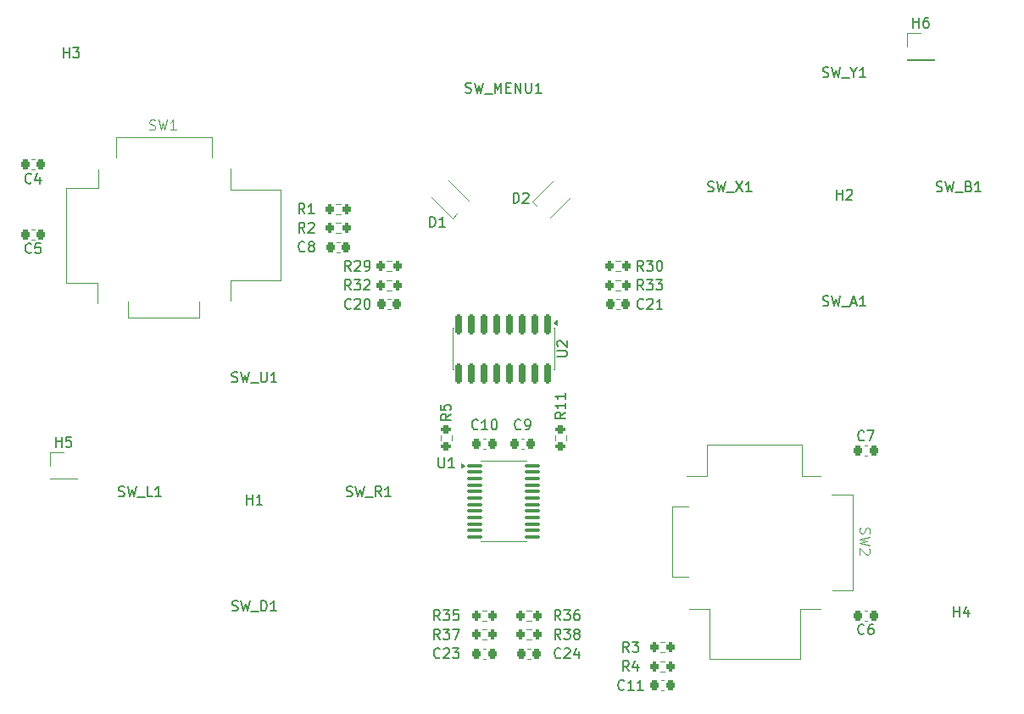
<source format=gto>
%TF.GenerationSoftware,KiCad,Pcbnew,9.0.5*%
%TF.CreationDate,2025-11-15T17:59:51+00:00*%
%TF.ProjectId,gk-controls,676b2d63-6f6e-4747-926f-6c732e6b6963,rev?*%
%TF.SameCoordinates,Original*%
%TF.FileFunction,Legend,Top*%
%TF.FilePolarity,Positive*%
%FSLAX46Y46*%
G04 Gerber Fmt 4.6, Leading zero omitted, Abs format (unit mm)*
G04 Created by KiCad (PCBNEW 9.0.5) date 2025-11-15 17:59:51*
%MOMM*%
%LPD*%
G01*
G04 APERTURE LIST*
G04 Aperture macros list*
%AMRoundRect*
0 Rectangle with rounded corners*
0 $1 Rounding radius*
0 $2 $3 $4 $5 $6 $7 $8 $9 X,Y pos of 4 corners*
0 Add a 4 corners polygon primitive as box body*
4,1,4,$2,$3,$4,$5,$6,$7,$8,$9,$2,$3,0*
0 Add four circle primitives for the rounded corners*
1,1,$1+$1,$2,$3*
1,1,$1+$1,$4,$5*
1,1,$1+$1,$6,$7*
1,1,$1+$1,$8,$9*
0 Add four rect primitives between the rounded corners*
20,1,$1+$1,$2,$3,$4,$5,0*
20,1,$1+$1,$4,$5,$6,$7,0*
20,1,$1+$1,$6,$7,$8,$9,0*
20,1,$1+$1,$8,$9,$2,$3,0*%
%AMRotRect*
0 Rectangle, with rotation*
0 The origin of the aperture is its center*
0 $1 length*
0 $2 width*
0 $3 Rotation angle, in degrees counterclockwise*
0 Add horizontal line*
21,1,$1,$2,0,0,$3*%
G04 Aperture macros list end*
%ADD10C,0.100000*%
%ADD11C,0.150000*%
%ADD12C,0.120000*%
%ADD13C,1.800000*%
%ADD14O,5.000000X2.400000*%
%ADD15O,1.800000X2.300000*%
%ADD16RoundRect,0.200000X-0.200000X-0.275000X0.200000X-0.275000X0.200000X0.275000X-0.200000X0.275000X0*%
%ADD17RoundRect,0.225000X-0.225000X-0.250000X0.225000X-0.250000X0.225000X0.250000X-0.225000X0.250000X0*%
%ADD18RoundRect,0.200000X0.200000X0.275000X-0.200000X0.275000X-0.200000X-0.275000X0.200000X-0.275000X0*%
%ADD19RoundRect,0.225000X0.225000X0.250000X-0.225000X0.250000X-0.225000X-0.250000X0.225000X-0.250000X0*%
%ADD20R,1.700000X1.700000*%
%ADD21RoundRect,0.200000X0.275000X-0.200000X0.275000X0.200000X-0.275000X0.200000X-0.275000X-0.200000X0*%
%ADD22RoundRect,0.150000X-0.150000X0.825000X-0.150000X-0.825000X0.150000X-0.825000X0.150000X0.825000X0*%
%ADD23C,3.200000*%
%ADD24RotRect,0.900000X0.800000X135.000000*%
%ADD25RoundRect,0.200000X-0.275000X0.200000X-0.275000X-0.200000X0.275000X-0.200000X0.275000X0.200000X0*%
%ADD26RoundRect,0.100000X-0.637500X-0.100000X0.637500X-0.100000X0.637500X0.100000X-0.637500X0.100000X0*%
%ADD27RotRect,0.900000X0.800000X45.000000*%
%ADD28O,2.400000X5.000000*%
%ADD29O,2.300000X1.800000*%
G04 APERTURE END LIST*
D10*
X142324860Y-85202799D02*
X142277240Y-85345656D01*
X142277240Y-85345656D02*
X142277240Y-85583751D01*
X142277240Y-85583751D02*
X142324860Y-85678989D01*
X142324860Y-85678989D02*
X142372479Y-85726608D01*
X142372479Y-85726608D02*
X142467717Y-85774227D01*
X142467717Y-85774227D02*
X142562955Y-85774227D01*
X142562955Y-85774227D02*
X142658193Y-85726608D01*
X142658193Y-85726608D02*
X142705812Y-85678989D01*
X142705812Y-85678989D02*
X142753431Y-85583751D01*
X142753431Y-85583751D02*
X142801050Y-85393275D01*
X142801050Y-85393275D02*
X142848669Y-85298037D01*
X142848669Y-85298037D02*
X142896288Y-85250418D01*
X142896288Y-85250418D02*
X142991526Y-85202799D01*
X142991526Y-85202799D02*
X143086764Y-85202799D01*
X143086764Y-85202799D02*
X143182002Y-85250418D01*
X143182002Y-85250418D02*
X143229621Y-85298037D01*
X143229621Y-85298037D02*
X143277240Y-85393275D01*
X143277240Y-85393275D02*
X143277240Y-85631370D01*
X143277240Y-85631370D02*
X143229621Y-85774227D01*
X143277240Y-86107561D02*
X142277240Y-86345656D01*
X142277240Y-86345656D02*
X142991526Y-86536132D01*
X142991526Y-86536132D02*
X142277240Y-86726608D01*
X142277240Y-86726608D02*
X143277240Y-86964704D01*
X143182002Y-87298037D02*
X143229621Y-87345656D01*
X143229621Y-87345656D02*
X143277240Y-87440894D01*
X143277240Y-87440894D02*
X143277240Y-87678989D01*
X143277240Y-87678989D02*
X143229621Y-87774227D01*
X143229621Y-87774227D02*
X143182002Y-87821846D01*
X143182002Y-87821846D02*
X143086764Y-87869465D01*
X143086764Y-87869465D02*
X142991526Y-87869465D01*
X142991526Y-87869465D02*
X142848669Y-87821846D01*
X142848669Y-87821846D02*
X142277240Y-87250418D01*
X142277240Y-87250418D02*
X142277240Y-87869465D01*
D11*
X112387142Y-94434819D02*
X112053809Y-93958628D01*
X111815714Y-94434819D02*
X111815714Y-93434819D01*
X111815714Y-93434819D02*
X112196666Y-93434819D01*
X112196666Y-93434819D02*
X112291904Y-93482438D01*
X112291904Y-93482438D02*
X112339523Y-93530057D01*
X112339523Y-93530057D02*
X112387142Y-93625295D01*
X112387142Y-93625295D02*
X112387142Y-93768152D01*
X112387142Y-93768152D02*
X112339523Y-93863390D01*
X112339523Y-93863390D02*
X112291904Y-93911009D01*
X112291904Y-93911009D02*
X112196666Y-93958628D01*
X112196666Y-93958628D02*
X111815714Y-93958628D01*
X112720476Y-93434819D02*
X113339523Y-93434819D01*
X113339523Y-93434819D02*
X113006190Y-93815771D01*
X113006190Y-93815771D02*
X113149047Y-93815771D01*
X113149047Y-93815771D02*
X113244285Y-93863390D01*
X113244285Y-93863390D02*
X113291904Y-93911009D01*
X113291904Y-93911009D02*
X113339523Y-94006247D01*
X113339523Y-94006247D02*
X113339523Y-94244342D01*
X113339523Y-94244342D02*
X113291904Y-94339580D01*
X113291904Y-94339580D02*
X113244285Y-94387200D01*
X113244285Y-94387200D02*
X113149047Y-94434819D01*
X113149047Y-94434819D02*
X112863333Y-94434819D01*
X112863333Y-94434819D02*
X112768095Y-94387200D01*
X112768095Y-94387200D02*
X112720476Y-94339580D01*
X114196666Y-93434819D02*
X114006190Y-93434819D01*
X114006190Y-93434819D02*
X113910952Y-93482438D01*
X113910952Y-93482438D02*
X113863333Y-93530057D01*
X113863333Y-93530057D02*
X113768095Y-93672914D01*
X113768095Y-93672914D02*
X113720476Y-93863390D01*
X113720476Y-93863390D02*
X113720476Y-94244342D01*
X113720476Y-94244342D02*
X113768095Y-94339580D01*
X113768095Y-94339580D02*
X113815714Y-94387200D01*
X113815714Y-94387200D02*
X113910952Y-94434819D01*
X113910952Y-94434819D02*
X114101428Y-94434819D01*
X114101428Y-94434819D02*
X114196666Y-94387200D01*
X114196666Y-94387200D02*
X114244285Y-94339580D01*
X114244285Y-94339580D02*
X114291904Y-94244342D01*
X114291904Y-94244342D02*
X114291904Y-94006247D01*
X114291904Y-94006247D02*
X114244285Y-93911009D01*
X114244285Y-93911009D02*
X114196666Y-93863390D01*
X114196666Y-93863390D02*
X114101428Y-93815771D01*
X114101428Y-93815771D02*
X113910952Y-93815771D01*
X113910952Y-93815771D02*
X113815714Y-93863390D01*
X113815714Y-93863390D02*
X113768095Y-93911009D01*
X113768095Y-93911009D02*
X113720476Y-94006247D01*
X100322142Y-98149580D02*
X100274523Y-98197200D01*
X100274523Y-98197200D02*
X100131666Y-98244819D01*
X100131666Y-98244819D02*
X100036428Y-98244819D01*
X100036428Y-98244819D02*
X99893571Y-98197200D01*
X99893571Y-98197200D02*
X99798333Y-98101961D01*
X99798333Y-98101961D02*
X99750714Y-98006723D01*
X99750714Y-98006723D02*
X99703095Y-97816247D01*
X99703095Y-97816247D02*
X99703095Y-97673390D01*
X99703095Y-97673390D02*
X99750714Y-97482914D01*
X99750714Y-97482914D02*
X99798333Y-97387676D01*
X99798333Y-97387676D02*
X99893571Y-97292438D01*
X99893571Y-97292438D02*
X100036428Y-97244819D01*
X100036428Y-97244819D02*
X100131666Y-97244819D01*
X100131666Y-97244819D02*
X100274523Y-97292438D01*
X100274523Y-97292438D02*
X100322142Y-97340057D01*
X100703095Y-97340057D02*
X100750714Y-97292438D01*
X100750714Y-97292438D02*
X100845952Y-97244819D01*
X100845952Y-97244819D02*
X101084047Y-97244819D01*
X101084047Y-97244819D02*
X101179285Y-97292438D01*
X101179285Y-97292438D02*
X101226904Y-97340057D01*
X101226904Y-97340057D02*
X101274523Y-97435295D01*
X101274523Y-97435295D02*
X101274523Y-97530533D01*
X101274523Y-97530533D02*
X101226904Y-97673390D01*
X101226904Y-97673390D02*
X100655476Y-98244819D01*
X100655476Y-98244819D02*
X101274523Y-98244819D01*
X101607857Y-97244819D02*
X102226904Y-97244819D01*
X102226904Y-97244819D02*
X101893571Y-97625771D01*
X101893571Y-97625771D02*
X102036428Y-97625771D01*
X102036428Y-97625771D02*
X102131666Y-97673390D01*
X102131666Y-97673390D02*
X102179285Y-97721009D01*
X102179285Y-97721009D02*
X102226904Y-97816247D01*
X102226904Y-97816247D02*
X102226904Y-98054342D01*
X102226904Y-98054342D02*
X102179285Y-98149580D01*
X102179285Y-98149580D02*
X102131666Y-98197200D01*
X102131666Y-98197200D02*
X102036428Y-98244819D01*
X102036428Y-98244819D02*
X101750714Y-98244819D01*
X101750714Y-98244819D02*
X101655476Y-98197200D01*
X101655476Y-98197200D02*
X101607857Y-98149580D01*
X100322142Y-94434819D02*
X99988809Y-93958628D01*
X99750714Y-94434819D02*
X99750714Y-93434819D01*
X99750714Y-93434819D02*
X100131666Y-93434819D01*
X100131666Y-93434819D02*
X100226904Y-93482438D01*
X100226904Y-93482438D02*
X100274523Y-93530057D01*
X100274523Y-93530057D02*
X100322142Y-93625295D01*
X100322142Y-93625295D02*
X100322142Y-93768152D01*
X100322142Y-93768152D02*
X100274523Y-93863390D01*
X100274523Y-93863390D02*
X100226904Y-93911009D01*
X100226904Y-93911009D02*
X100131666Y-93958628D01*
X100131666Y-93958628D02*
X99750714Y-93958628D01*
X100655476Y-93434819D02*
X101274523Y-93434819D01*
X101274523Y-93434819D02*
X100941190Y-93815771D01*
X100941190Y-93815771D02*
X101084047Y-93815771D01*
X101084047Y-93815771D02*
X101179285Y-93863390D01*
X101179285Y-93863390D02*
X101226904Y-93911009D01*
X101226904Y-93911009D02*
X101274523Y-94006247D01*
X101274523Y-94006247D02*
X101274523Y-94244342D01*
X101274523Y-94244342D02*
X101226904Y-94339580D01*
X101226904Y-94339580D02*
X101179285Y-94387200D01*
X101179285Y-94387200D02*
X101084047Y-94434819D01*
X101084047Y-94434819D02*
X100798333Y-94434819D01*
X100798333Y-94434819D02*
X100703095Y-94387200D01*
X100703095Y-94387200D02*
X100655476Y-94339580D01*
X102179285Y-93434819D02*
X101703095Y-93434819D01*
X101703095Y-93434819D02*
X101655476Y-93911009D01*
X101655476Y-93911009D02*
X101703095Y-93863390D01*
X101703095Y-93863390D02*
X101798333Y-93815771D01*
X101798333Y-93815771D02*
X102036428Y-93815771D01*
X102036428Y-93815771D02*
X102131666Y-93863390D01*
X102131666Y-93863390D02*
X102179285Y-93911009D01*
X102179285Y-93911009D02*
X102226904Y-94006247D01*
X102226904Y-94006247D02*
X102226904Y-94244342D01*
X102226904Y-94244342D02*
X102179285Y-94339580D01*
X102179285Y-94339580D02*
X102131666Y-94387200D01*
X102131666Y-94387200D02*
X102036428Y-94434819D01*
X102036428Y-94434819D02*
X101798333Y-94434819D01*
X101798333Y-94434819D02*
X101703095Y-94387200D01*
X101703095Y-94387200D02*
X101655476Y-94339580D01*
X120642142Y-63224580D02*
X120594523Y-63272200D01*
X120594523Y-63272200D02*
X120451666Y-63319819D01*
X120451666Y-63319819D02*
X120356428Y-63319819D01*
X120356428Y-63319819D02*
X120213571Y-63272200D01*
X120213571Y-63272200D02*
X120118333Y-63176961D01*
X120118333Y-63176961D02*
X120070714Y-63081723D01*
X120070714Y-63081723D02*
X120023095Y-62891247D01*
X120023095Y-62891247D02*
X120023095Y-62748390D01*
X120023095Y-62748390D02*
X120070714Y-62557914D01*
X120070714Y-62557914D02*
X120118333Y-62462676D01*
X120118333Y-62462676D02*
X120213571Y-62367438D01*
X120213571Y-62367438D02*
X120356428Y-62319819D01*
X120356428Y-62319819D02*
X120451666Y-62319819D01*
X120451666Y-62319819D02*
X120594523Y-62367438D01*
X120594523Y-62367438D02*
X120642142Y-62415057D01*
X121023095Y-62415057D02*
X121070714Y-62367438D01*
X121070714Y-62367438D02*
X121165952Y-62319819D01*
X121165952Y-62319819D02*
X121404047Y-62319819D01*
X121404047Y-62319819D02*
X121499285Y-62367438D01*
X121499285Y-62367438D02*
X121546904Y-62415057D01*
X121546904Y-62415057D02*
X121594523Y-62510295D01*
X121594523Y-62510295D02*
X121594523Y-62605533D01*
X121594523Y-62605533D02*
X121546904Y-62748390D01*
X121546904Y-62748390D02*
X120975476Y-63319819D01*
X120975476Y-63319819D02*
X121594523Y-63319819D01*
X122546904Y-63319819D02*
X121975476Y-63319819D01*
X122261190Y-63319819D02*
X122261190Y-62319819D01*
X122261190Y-62319819D02*
X122165952Y-62462676D01*
X122165952Y-62462676D02*
X122070714Y-62557914D01*
X122070714Y-62557914D02*
X121975476Y-62605533D01*
X112387142Y-96339819D02*
X112053809Y-95863628D01*
X111815714Y-96339819D02*
X111815714Y-95339819D01*
X111815714Y-95339819D02*
X112196666Y-95339819D01*
X112196666Y-95339819D02*
X112291904Y-95387438D01*
X112291904Y-95387438D02*
X112339523Y-95435057D01*
X112339523Y-95435057D02*
X112387142Y-95530295D01*
X112387142Y-95530295D02*
X112387142Y-95673152D01*
X112387142Y-95673152D02*
X112339523Y-95768390D01*
X112339523Y-95768390D02*
X112291904Y-95816009D01*
X112291904Y-95816009D02*
X112196666Y-95863628D01*
X112196666Y-95863628D02*
X111815714Y-95863628D01*
X112720476Y-95339819D02*
X113339523Y-95339819D01*
X113339523Y-95339819D02*
X113006190Y-95720771D01*
X113006190Y-95720771D02*
X113149047Y-95720771D01*
X113149047Y-95720771D02*
X113244285Y-95768390D01*
X113244285Y-95768390D02*
X113291904Y-95816009D01*
X113291904Y-95816009D02*
X113339523Y-95911247D01*
X113339523Y-95911247D02*
X113339523Y-96149342D01*
X113339523Y-96149342D02*
X113291904Y-96244580D01*
X113291904Y-96244580D02*
X113244285Y-96292200D01*
X113244285Y-96292200D02*
X113149047Y-96339819D01*
X113149047Y-96339819D02*
X112863333Y-96339819D01*
X112863333Y-96339819D02*
X112768095Y-96292200D01*
X112768095Y-96292200D02*
X112720476Y-96244580D01*
X113910952Y-95768390D02*
X113815714Y-95720771D01*
X113815714Y-95720771D02*
X113768095Y-95673152D01*
X113768095Y-95673152D02*
X113720476Y-95577914D01*
X113720476Y-95577914D02*
X113720476Y-95530295D01*
X113720476Y-95530295D02*
X113768095Y-95435057D01*
X113768095Y-95435057D02*
X113815714Y-95387438D01*
X113815714Y-95387438D02*
X113910952Y-95339819D01*
X113910952Y-95339819D02*
X114101428Y-95339819D01*
X114101428Y-95339819D02*
X114196666Y-95387438D01*
X114196666Y-95387438D02*
X114244285Y-95435057D01*
X114244285Y-95435057D02*
X114291904Y-95530295D01*
X114291904Y-95530295D02*
X114291904Y-95577914D01*
X114291904Y-95577914D02*
X114244285Y-95673152D01*
X114244285Y-95673152D02*
X114196666Y-95720771D01*
X114196666Y-95720771D02*
X114101428Y-95768390D01*
X114101428Y-95768390D02*
X113910952Y-95768390D01*
X113910952Y-95768390D02*
X113815714Y-95816009D01*
X113815714Y-95816009D02*
X113768095Y-95863628D01*
X113768095Y-95863628D02*
X113720476Y-95958866D01*
X113720476Y-95958866D02*
X113720476Y-96149342D01*
X113720476Y-96149342D02*
X113768095Y-96244580D01*
X113768095Y-96244580D02*
X113815714Y-96292200D01*
X113815714Y-96292200D02*
X113910952Y-96339819D01*
X113910952Y-96339819D02*
X114101428Y-96339819D01*
X114101428Y-96339819D02*
X114196666Y-96292200D01*
X114196666Y-96292200D02*
X114244285Y-96244580D01*
X114244285Y-96244580D02*
X114291904Y-96149342D01*
X114291904Y-96149342D02*
X114291904Y-95958866D01*
X114291904Y-95958866D02*
X114244285Y-95863628D01*
X114244285Y-95863628D02*
X114196666Y-95816009D01*
X114196666Y-95816009D02*
X114101428Y-95768390D01*
X59523333Y-50684580D02*
X59475714Y-50732200D01*
X59475714Y-50732200D02*
X59332857Y-50779819D01*
X59332857Y-50779819D02*
X59237619Y-50779819D01*
X59237619Y-50779819D02*
X59094762Y-50732200D01*
X59094762Y-50732200D02*
X58999524Y-50636961D01*
X58999524Y-50636961D02*
X58951905Y-50541723D01*
X58951905Y-50541723D02*
X58904286Y-50351247D01*
X58904286Y-50351247D02*
X58904286Y-50208390D01*
X58904286Y-50208390D02*
X58951905Y-50017914D01*
X58951905Y-50017914D02*
X58999524Y-49922676D01*
X58999524Y-49922676D02*
X59094762Y-49827438D01*
X59094762Y-49827438D02*
X59237619Y-49779819D01*
X59237619Y-49779819D02*
X59332857Y-49779819D01*
X59332857Y-49779819D02*
X59475714Y-49827438D01*
X59475714Y-49827438D02*
X59523333Y-49875057D01*
X60380476Y-50113152D02*
X60380476Y-50779819D01*
X60142381Y-49732200D02*
X59904286Y-50446485D01*
X59904286Y-50446485D02*
X60523333Y-50446485D01*
X61976095Y-77118819D02*
X61976095Y-76118819D01*
X61976095Y-76595009D02*
X62547523Y-76595009D01*
X62547523Y-77118819D02*
X62547523Y-76118819D01*
X63499904Y-76118819D02*
X63023714Y-76118819D01*
X63023714Y-76118819D02*
X62976095Y-76595009D01*
X62976095Y-76595009D02*
X63023714Y-76547390D01*
X63023714Y-76547390D02*
X63118952Y-76499771D01*
X63118952Y-76499771D02*
X63357047Y-76499771D01*
X63357047Y-76499771D02*
X63452285Y-76547390D01*
X63452285Y-76547390D02*
X63499904Y-76595009D01*
X63499904Y-76595009D02*
X63547523Y-76690247D01*
X63547523Y-76690247D02*
X63547523Y-76928342D01*
X63547523Y-76928342D02*
X63499904Y-77023580D01*
X63499904Y-77023580D02*
X63452285Y-77071200D01*
X63452285Y-77071200D02*
X63357047Y-77118819D01*
X63357047Y-77118819D02*
X63118952Y-77118819D01*
X63118952Y-77118819D02*
X63023714Y-77071200D01*
X63023714Y-77071200D02*
X62976095Y-77023580D01*
X112849819Y-73667857D02*
X112373628Y-74001190D01*
X112849819Y-74239285D02*
X111849819Y-74239285D01*
X111849819Y-74239285D02*
X111849819Y-73858333D01*
X111849819Y-73858333D02*
X111897438Y-73763095D01*
X111897438Y-73763095D02*
X111945057Y-73715476D01*
X111945057Y-73715476D02*
X112040295Y-73667857D01*
X112040295Y-73667857D02*
X112183152Y-73667857D01*
X112183152Y-73667857D02*
X112278390Y-73715476D01*
X112278390Y-73715476D02*
X112326009Y-73763095D01*
X112326009Y-73763095D02*
X112373628Y-73858333D01*
X112373628Y-73858333D02*
X112373628Y-74239285D01*
X112849819Y-72715476D02*
X112849819Y-73286904D01*
X112849819Y-73001190D02*
X111849819Y-73001190D01*
X111849819Y-73001190D02*
X111992676Y-73096428D01*
X111992676Y-73096428D02*
X112087914Y-73191666D01*
X112087914Y-73191666D02*
X112135533Y-73286904D01*
X112849819Y-71763095D02*
X112849819Y-72334523D01*
X112849819Y-72048809D02*
X111849819Y-72048809D01*
X111849819Y-72048809D02*
X111992676Y-72144047D01*
X111992676Y-72144047D02*
X112087914Y-72239285D01*
X112087914Y-72239285D02*
X112135533Y-72334523D01*
X112034819Y-68071904D02*
X112844342Y-68071904D01*
X112844342Y-68071904D02*
X112939580Y-68024285D01*
X112939580Y-68024285D02*
X112987200Y-67976666D01*
X112987200Y-67976666D02*
X113034819Y-67881428D01*
X113034819Y-67881428D02*
X113034819Y-67690952D01*
X113034819Y-67690952D02*
X112987200Y-67595714D01*
X112987200Y-67595714D02*
X112939580Y-67548095D01*
X112939580Y-67548095D02*
X112844342Y-67500476D01*
X112844342Y-67500476D02*
X112034819Y-67500476D01*
X112130057Y-67071904D02*
X112082438Y-67024285D01*
X112082438Y-67024285D02*
X112034819Y-66929047D01*
X112034819Y-66929047D02*
X112034819Y-66690952D01*
X112034819Y-66690952D02*
X112082438Y-66595714D01*
X112082438Y-66595714D02*
X112130057Y-66548095D01*
X112130057Y-66548095D02*
X112225295Y-66500476D01*
X112225295Y-66500476D02*
X112320533Y-66500476D01*
X112320533Y-66500476D02*
X112463390Y-66548095D01*
X112463390Y-66548095D02*
X113034819Y-67119523D01*
X113034819Y-67119523D02*
X113034819Y-66500476D01*
X151638095Y-94094819D02*
X151638095Y-93094819D01*
X151638095Y-93571009D02*
X152209523Y-93571009D01*
X152209523Y-94094819D02*
X152209523Y-93094819D01*
X153114285Y-93428152D02*
X153114285Y-94094819D01*
X152876190Y-93047200D02*
X152638095Y-93761485D01*
X152638095Y-93761485D02*
X153257142Y-93761485D01*
X99339905Y-55115620D02*
X99339905Y-54115620D01*
X99339905Y-54115620D02*
X99578000Y-54115620D01*
X99578000Y-54115620D02*
X99720857Y-54163239D01*
X99720857Y-54163239D02*
X99816095Y-54258477D01*
X99816095Y-54258477D02*
X99863714Y-54353715D01*
X99863714Y-54353715D02*
X99911333Y-54544191D01*
X99911333Y-54544191D02*
X99911333Y-54687048D01*
X99911333Y-54687048D02*
X99863714Y-54877524D01*
X99863714Y-54877524D02*
X99816095Y-54972762D01*
X99816095Y-54972762D02*
X99720857Y-55068001D01*
X99720857Y-55068001D02*
X99578000Y-55115620D01*
X99578000Y-55115620D02*
X99339905Y-55115620D01*
X100863714Y-55115620D02*
X100292286Y-55115620D01*
X100578000Y-55115620D02*
X100578000Y-54115620D01*
X100578000Y-54115620D02*
X100482762Y-54258477D01*
X100482762Y-54258477D02*
X100387524Y-54353715D01*
X100387524Y-54353715D02*
X100292286Y-54401334D01*
X86828333Y-55699819D02*
X86495000Y-55223628D01*
X86256905Y-55699819D02*
X86256905Y-54699819D01*
X86256905Y-54699819D02*
X86637857Y-54699819D01*
X86637857Y-54699819D02*
X86733095Y-54747438D01*
X86733095Y-54747438D02*
X86780714Y-54795057D01*
X86780714Y-54795057D02*
X86828333Y-54890295D01*
X86828333Y-54890295D02*
X86828333Y-55033152D01*
X86828333Y-55033152D02*
X86780714Y-55128390D01*
X86780714Y-55128390D02*
X86733095Y-55176009D01*
X86733095Y-55176009D02*
X86637857Y-55223628D01*
X86637857Y-55223628D02*
X86256905Y-55223628D01*
X87209286Y-54795057D02*
X87256905Y-54747438D01*
X87256905Y-54747438D02*
X87352143Y-54699819D01*
X87352143Y-54699819D02*
X87590238Y-54699819D01*
X87590238Y-54699819D02*
X87685476Y-54747438D01*
X87685476Y-54747438D02*
X87733095Y-54795057D01*
X87733095Y-54795057D02*
X87780714Y-54890295D01*
X87780714Y-54890295D02*
X87780714Y-54985533D01*
X87780714Y-54985533D02*
X87733095Y-55128390D01*
X87733095Y-55128390D02*
X87161667Y-55699819D01*
X87161667Y-55699819D02*
X87780714Y-55699819D01*
X68238952Y-82021200D02*
X68381809Y-82068819D01*
X68381809Y-82068819D02*
X68619904Y-82068819D01*
X68619904Y-82068819D02*
X68715142Y-82021200D01*
X68715142Y-82021200D02*
X68762761Y-81973580D01*
X68762761Y-81973580D02*
X68810380Y-81878342D01*
X68810380Y-81878342D02*
X68810380Y-81783104D01*
X68810380Y-81783104D02*
X68762761Y-81687866D01*
X68762761Y-81687866D02*
X68715142Y-81640247D01*
X68715142Y-81640247D02*
X68619904Y-81592628D01*
X68619904Y-81592628D02*
X68429428Y-81545009D01*
X68429428Y-81545009D02*
X68334190Y-81497390D01*
X68334190Y-81497390D02*
X68286571Y-81449771D01*
X68286571Y-81449771D02*
X68238952Y-81354533D01*
X68238952Y-81354533D02*
X68238952Y-81259295D01*
X68238952Y-81259295D02*
X68286571Y-81164057D01*
X68286571Y-81164057D02*
X68334190Y-81116438D01*
X68334190Y-81116438D02*
X68429428Y-81068819D01*
X68429428Y-81068819D02*
X68667523Y-81068819D01*
X68667523Y-81068819D02*
X68810380Y-81116438D01*
X69143714Y-81068819D02*
X69381809Y-82068819D01*
X69381809Y-82068819D02*
X69572285Y-81354533D01*
X69572285Y-81354533D02*
X69762761Y-82068819D01*
X69762761Y-82068819D02*
X70000857Y-81068819D01*
X70143714Y-82164057D02*
X70905618Y-82164057D01*
X71619904Y-82068819D02*
X71143714Y-82068819D01*
X71143714Y-82068819D02*
X71143714Y-81068819D01*
X72477047Y-82068819D02*
X71905619Y-82068819D01*
X72191333Y-82068819D02*
X72191333Y-81068819D01*
X72191333Y-81068819D02*
X72096095Y-81211676D01*
X72096095Y-81211676D02*
X72000857Y-81306914D01*
X72000857Y-81306914D02*
X71905619Y-81354533D01*
X139946755Y-52390951D02*
X139946755Y-51390951D01*
X139946755Y-51867141D02*
X140518183Y-51867141D01*
X140518183Y-52390951D02*
X140518183Y-51390951D01*
X140946755Y-51486189D02*
X140994374Y-51438570D01*
X140994374Y-51438570D02*
X141089612Y-51390951D01*
X141089612Y-51390951D02*
X141327707Y-51390951D01*
X141327707Y-51390951D02*
X141422945Y-51438570D01*
X141422945Y-51438570D02*
X141470564Y-51486189D01*
X141470564Y-51486189D02*
X141518183Y-51581427D01*
X141518183Y-51581427D02*
X141518183Y-51676665D01*
X141518183Y-51676665D02*
X141470564Y-51819522D01*
X141470564Y-51819522D02*
X140899136Y-52390951D01*
X140899136Y-52390951D02*
X141518183Y-52390951D01*
X108418333Y-75289580D02*
X108370714Y-75337200D01*
X108370714Y-75337200D02*
X108227857Y-75384819D01*
X108227857Y-75384819D02*
X108132619Y-75384819D01*
X108132619Y-75384819D02*
X107989762Y-75337200D01*
X107989762Y-75337200D02*
X107894524Y-75241961D01*
X107894524Y-75241961D02*
X107846905Y-75146723D01*
X107846905Y-75146723D02*
X107799286Y-74956247D01*
X107799286Y-74956247D02*
X107799286Y-74813390D01*
X107799286Y-74813390D02*
X107846905Y-74622914D01*
X107846905Y-74622914D02*
X107894524Y-74527676D01*
X107894524Y-74527676D02*
X107989762Y-74432438D01*
X107989762Y-74432438D02*
X108132619Y-74384819D01*
X108132619Y-74384819D02*
X108227857Y-74384819D01*
X108227857Y-74384819D02*
X108370714Y-74432438D01*
X108370714Y-74432438D02*
X108418333Y-74480057D01*
X108894524Y-75384819D02*
X109085000Y-75384819D01*
X109085000Y-75384819D02*
X109180238Y-75337200D01*
X109180238Y-75337200D02*
X109227857Y-75289580D01*
X109227857Y-75289580D02*
X109323095Y-75146723D01*
X109323095Y-75146723D02*
X109370714Y-74956247D01*
X109370714Y-74956247D02*
X109370714Y-74575295D01*
X109370714Y-74575295D02*
X109323095Y-74480057D01*
X109323095Y-74480057D02*
X109275476Y-74432438D01*
X109275476Y-74432438D02*
X109180238Y-74384819D01*
X109180238Y-74384819D02*
X108989762Y-74384819D01*
X108989762Y-74384819D02*
X108894524Y-74432438D01*
X108894524Y-74432438D02*
X108846905Y-74480057D01*
X108846905Y-74480057D02*
X108799286Y-74575295D01*
X108799286Y-74575295D02*
X108799286Y-74813390D01*
X108799286Y-74813390D02*
X108846905Y-74908628D01*
X108846905Y-74908628D02*
X108894524Y-74956247D01*
X108894524Y-74956247D02*
X108989762Y-75003866D01*
X108989762Y-75003866D02*
X109180238Y-75003866D01*
X109180238Y-75003866D02*
X109275476Y-74956247D01*
X109275476Y-74956247D02*
X109323095Y-74908628D01*
X109323095Y-74908628D02*
X109370714Y-74813390D01*
X79573714Y-93451200D02*
X79716571Y-93498819D01*
X79716571Y-93498819D02*
X79954666Y-93498819D01*
X79954666Y-93498819D02*
X80049904Y-93451200D01*
X80049904Y-93451200D02*
X80097523Y-93403580D01*
X80097523Y-93403580D02*
X80145142Y-93308342D01*
X80145142Y-93308342D02*
X80145142Y-93213104D01*
X80145142Y-93213104D02*
X80097523Y-93117866D01*
X80097523Y-93117866D02*
X80049904Y-93070247D01*
X80049904Y-93070247D02*
X79954666Y-93022628D01*
X79954666Y-93022628D02*
X79764190Y-92975009D01*
X79764190Y-92975009D02*
X79668952Y-92927390D01*
X79668952Y-92927390D02*
X79621333Y-92879771D01*
X79621333Y-92879771D02*
X79573714Y-92784533D01*
X79573714Y-92784533D02*
X79573714Y-92689295D01*
X79573714Y-92689295D02*
X79621333Y-92594057D01*
X79621333Y-92594057D02*
X79668952Y-92546438D01*
X79668952Y-92546438D02*
X79764190Y-92498819D01*
X79764190Y-92498819D02*
X80002285Y-92498819D01*
X80002285Y-92498819D02*
X80145142Y-92546438D01*
X80478476Y-92498819D02*
X80716571Y-93498819D01*
X80716571Y-93498819D02*
X80907047Y-92784533D01*
X80907047Y-92784533D02*
X81097523Y-93498819D01*
X81097523Y-93498819D02*
X81335619Y-92498819D01*
X81478476Y-93594057D02*
X82240380Y-93594057D01*
X82478476Y-93498819D02*
X82478476Y-92498819D01*
X82478476Y-92498819D02*
X82716571Y-92498819D01*
X82716571Y-92498819D02*
X82859428Y-92546438D01*
X82859428Y-92546438D02*
X82954666Y-92641676D01*
X82954666Y-92641676D02*
X83002285Y-92736914D01*
X83002285Y-92736914D02*
X83049904Y-92927390D01*
X83049904Y-92927390D02*
X83049904Y-93070247D01*
X83049904Y-93070247D02*
X83002285Y-93260723D01*
X83002285Y-93260723D02*
X82954666Y-93355961D01*
X82954666Y-93355961D02*
X82859428Y-93451200D01*
X82859428Y-93451200D02*
X82716571Y-93498819D01*
X82716571Y-93498819D02*
X82478476Y-93498819D01*
X84002285Y-93498819D02*
X83430857Y-93498819D01*
X83716571Y-93498819D02*
X83716571Y-92498819D01*
X83716571Y-92498819D02*
X83621333Y-92641676D01*
X83621333Y-92641676D02*
X83526095Y-92736914D01*
X83526095Y-92736914D02*
X83430857Y-92784533D01*
X101419819Y-73826666D02*
X100943628Y-74159999D01*
X101419819Y-74398094D02*
X100419819Y-74398094D01*
X100419819Y-74398094D02*
X100419819Y-74017142D01*
X100419819Y-74017142D02*
X100467438Y-73921904D01*
X100467438Y-73921904D02*
X100515057Y-73874285D01*
X100515057Y-73874285D02*
X100610295Y-73826666D01*
X100610295Y-73826666D02*
X100753152Y-73826666D01*
X100753152Y-73826666D02*
X100848390Y-73874285D01*
X100848390Y-73874285D02*
X100896009Y-73921904D01*
X100896009Y-73921904D02*
X100943628Y-74017142D01*
X100943628Y-74017142D02*
X100943628Y-74398094D01*
X100419819Y-72921904D02*
X100419819Y-73398094D01*
X100419819Y-73398094D02*
X100896009Y-73445713D01*
X100896009Y-73445713D02*
X100848390Y-73398094D01*
X100848390Y-73398094D02*
X100800771Y-73302856D01*
X100800771Y-73302856D02*
X100800771Y-73064761D01*
X100800771Y-73064761D02*
X100848390Y-72969523D01*
X100848390Y-72969523D02*
X100896009Y-72921904D01*
X100896009Y-72921904D02*
X100991247Y-72874285D01*
X100991247Y-72874285D02*
X101229342Y-72874285D01*
X101229342Y-72874285D02*
X101324580Y-72921904D01*
X101324580Y-72921904D02*
X101372200Y-72969523D01*
X101372200Y-72969523D02*
X101419819Y-73064761D01*
X101419819Y-73064761D02*
X101419819Y-73302856D01*
X101419819Y-73302856D02*
X101372200Y-73398094D01*
X101372200Y-73398094D02*
X101324580Y-73445713D01*
X142708333Y-95769580D02*
X142660714Y-95817200D01*
X142660714Y-95817200D02*
X142517857Y-95864819D01*
X142517857Y-95864819D02*
X142422619Y-95864819D01*
X142422619Y-95864819D02*
X142279762Y-95817200D01*
X142279762Y-95817200D02*
X142184524Y-95721961D01*
X142184524Y-95721961D02*
X142136905Y-95626723D01*
X142136905Y-95626723D02*
X142089286Y-95436247D01*
X142089286Y-95436247D02*
X142089286Y-95293390D01*
X142089286Y-95293390D02*
X142136905Y-95102914D01*
X142136905Y-95102914D02*
X142184524Y-95007676D01*
X142184524Y-95007676D02*
X142279762Y-94912438D01*
X142279762Y-94912438D02*
X142422619Y-94864819D01*
X142422619Y-94864819D02*
X142517857Y-94864819D01*
X142517857Y-94864819D02*
X142660714Y-94912438D01*
X142660714Y-94912438D02*
X142708333Y-94960057D01*
X143565476Y-94864819D02*
X143375000Y-94864819D01*
X143375000Y-94864819D02*
X143279762Y-94912438D01*
X143279762Y-94912438D02*
X143232143Y-94960057D01*
X143232143Y-94960057D02*
X143136905Y-95102914D01*
X143136905Y-95102914D02*
X143089286Y-95293390D01*
X143089286Y-95293390D02*
X143089286Y-95674342D01*
X143089286Y-95674342D02*
X143136905Y-95769580D01*
X143136905Y-95769580D02*
X143184524Y-95817200D01*
X143184524Y-95817200D02*
X143279762Y-95864819D01*
X143279762Y-95864819D02*
X143470238Y-95864819D01*
X143470238Y-95864819D02*
X143565476Y-95817200D01*
X143565476Y-95817200D02*
X143613095Y-95769580D01*
X143613095Y-95769580D02*
X143660714Y-95674342D01*
X143660714Y-95674342D02*
X143660714Y-95436247D01*
X143660714Y-95436247D02*
X143613095Y-95341009D01*
X143613095Y-95341009D02*
X143565476Y-95293390D01*
X143565476Y-95293390D02*
X143470238Y-95245771D01*
X143470238Y-95245771D02*
X143279762Y-95245771D01*
X143279762Y-95245771D02*
X143184524Y-95293390D01*
X143184524Y-95293390D02*
X143136905Y-95341009D01*
X143136905Y-95341009D02*
X143089286Y-95436247D01*
X149924374Y-51543332D02*
X150067231Y-51590951D01*
X150067231Y-51590951D02*
X150305326Y-51590951D01*
X150305326Y-51590951D02*
X150400564Y-51543332D01*
X150400564Y-51543332D02*
X150448183Y-51495712D01*
X150448183Y-51495712D02*
X150495802Y-51400474D01*
X150495802Y-51400474D02*
X150495802Y-51305236D01*
X150495802Y-51305236D02*
X150448183Y-51209998D01*
X150448183Y-51209998D02*
X150400564Y-51162379D01*
X150400564Y-51162379D02*
X150305326Y-51114760D01*
X150305326Y-51114760D02*
X150114850Y-51067141D01*
X150114850Y-51067141D02*
X150019612Y-51019522D01*
X150019612Y-51019522D02*
X149971993Y-50971903D01*
X149971993Y-50971903D02*
X149924374Y-50876665D01*
X149924374Y-50876665D02*
X149924374Y-50781427D01*
X149924374Y-50781427D02*
X149971993Y-50686189D01*
X149971993Y-50686189D02*
X150019612Y-50638570D01*
X150019612Y-50638570D02*
X150114850Y-50590951D01*
X150114850Y-50590951D02*
X150352945Y-50590951D01*
X150352945Y-50590951D02*
X150495802Y-50638570D01*
X150829136Y-50590951D02*
X151067231Y-51590951D01*
X151067231Y-51590951D02*
X151257707Y-50876665D01*
X151257707Y-50876665D02*
X151448183Y-51590951D01*
X151448183Y-51590951D02*
X151686279Y-50590951D01*
X151829136Y-51686189D02*
X152591040Y-51686189D01*
X153162469Y-51067141D02*
X153305326Y-51114760D01*
X153305326Y-51114760D02*
X153352945Y-51162379D01*
X153352945Y-51162379D02*
X153400564Y-51257617D01*
X153400564Y-51257617D02*
X153400564Y-51400474D01*
X153400564Y-51400474D02*
X153352945Y-51495712D01*
X153352945Y-51495712D02*
X153305326Y-51543332D01*
X153305326Y-51543332D02*
X153210088Y-51590951D01*
X153210088Y-51590951D02*
X152829136Y-51590951D01*
X152829136Y-51590951D02*
X152829136Y-50590951D01*
X152829136Y-50590951D02*
X153162469Y-50590951D01*
X153162469Y-50590951D02*
X153257707Y-50638570D01*
X153257707Y-50638570D02*
X153305326Y-50686189D01*
X153305326Y-50686189D02*
X153352945Y-50781427D01*
X153352945Y-50781427D02*
X153352945Y-50876665D01*
X153352945Y-50876665D02*
X153305326Y-50971903D01*
X153305326Y-50971903D02*
X153257707Y-51019522D01*
X153257707Y-51019522D02*
X153162469Y-51067141D01*
X153162469Y-51067141D02*
X152829136Y-51067141D01*
X154352945Y-51590951D02*
X153781517Y-51590951D01*
X154067231Y-51590951D02*
X154067231Y-50590951D01*
X154067231Y-50590951D02*
X153971993Y-50733808D01*
X153971993Y-50733808D02*
X153876755Y-50829046D01*
X153876755Y-50829046D02*
X153781517Y-50876665D01*
X100203095Y-78194819D02*
X100203095Y-79004342D01*
X100203095Y-79004342D02*
X100250714Y-79099580D01*
X100250714Y-79099580D02*
X100298333Y-79147200D01*
X100298333Y-79147200D02*
X100393571Y-79194819D01*
X100393571Y-79194819D02*
X100584047Y-79194819D01*
X100584047Y-79194819D02*
X100679285Y-79147200D01*
X100679285Y-79147200D02*
X100726904Y-79099580D01*
X100726904Y-79099580D02*
X100774523Y-79004342D01*
X100774523Y-79004342D02*
X100774523Y-78194819D01*
X101774523Y-79194819D02*
X101203095Y-79194819D01*
X101488809Y-79194819D02*
X101488809Y-78194819D01*
X101488809Y-78194819D02*
X101393571Y-78337676D01*
X101393571Y-78337676D02*
X101298333Y-78432914D01*
X101298333Y-78432914D02*
X101203095Y-78480533D01*
X86828333Y-57509580D02*
X86780714Y-57557200D01*
X86780714Y-57557200D02*
X86637857Y-57604819D01*
X86637857Y-57604819D02*
X86542619Y-57604819D01*
X86542619Y-57604819D02*
X86399762Y-57557200D01*
X86399762Y-57557200D02*
X86304524Y-57461961D01*
X86304524Y-57461961D02*
X86256905Y-57366723D01*
X86256905Y-57366723D02*
X86209286Y-57176247D01*
X86209286Y-57176247D02*
X86209286Y-57033390D01*
X86209286Y-57033390D02*
X86256905Y-56842914D01*
X86256905Y-56842914D02*
X86304524Y-56747676D01*
X86304524Y-56747676D02*
X86399762Y-56652438D01*
X86399762Y-56652438D02*
X86542619Y-56604819D01*
X86542619Y-56604819D02*
X86637857Y-56604819D01*
X86637857Y-56604819D02*
X86780714Y-56652438D01*
X86780714Y-56652438D02*
X86828333Y-56700057D01*
X87399762Y-57033390D02*
X87304524Y-56985771D01*
X87304524Y-56985771D02*
X87256905Y-56938152D01*
X87256905Y-56938152D02*
X87209286Y-56842914D01*
X87209286Y-56842914D02*
X87209286Y-56795295D01*
X87209286Y-56795295D02*
X87256905Y-56700057D01*
X87256905Y-56700057D02*
X87304524Y-56652438D01*
X87304524Y-56652438D02*
X87399762Y-56604819D01*
X87399762Y-56604819D02*
X87590238Y-56604819D01*
X87590238Y-56604819D02*
X87685476Y-56652438D01*
X87685476Y-56652438D02*
X87733095Y-56700057D01*
X87733095Y-56700057D02*
X87780714Y-56795295D01*
X87780714Y-56795295D02*
X87780714Y-56842914D01*
X87780714Y-56842914D02*
X87733095Y-56938152D01*
X87733095Y-56938152D02*
X87685476Y-56985771D01*
X87685476Y-56985771D02*
X87590238Y-57033390D01*
X87590238Y-57033390D02*
X87399762Y-57033390D01*
X87399762Y-57033390D02*
X87304524Y-57081009D01*
X87304524Y-57081009D02*
X87256905Y-57128628D01*
X87256905Y-57128628D02*
X87209286Y-57223866D01*
X87209286Y-57223866D02*
X87209286Y-57414342D01*
X87209286Y-57414342D02*
X87256905Y-57509580D01*
X87256905Y-57509580D02*
X87304524Y-57557200D01*
X87304524Y-57557200D02*
X87399762Y-57604819D01*
X87399762Y-57604819D02*
X87590238Y-57604819D01*
X87590238Y-57604819D02*
X87685476Y-57557200D01*
X87685476Y-57557200D02*
X87733095Y-57509580D01*
X87733095Y-57509580D02*
X87780714Y-57414342D01*
X87780714Y-57414342D02*
X87780714Y-57223866D01*
X87780714Y-57223866D02*
X87733095Y-57128628D01*
X87733095Y-57128628D02*
X87685476Y-57081009D01*
X87685476Y-57081009D02*
X87590238Y-57033390D01*
X127088184Y-51543332D02*
X127231041Y-51590951D01*
X127231041Y-51590951D02*
X127469136Y-51590951D01*
X127469136Y-51590951D02*
X127564374Y-51543332D01*
X127564374Y-51543332D02*
X127611993Y-51495712D01*
X127611993Y-51495712D02*
X127659612Y-51400474D01*
X127659612Y-51400474D02*
X127659612Y-51305236D01*
X127659612Y-51305236D02*
X127611993Y-51209998D01*
X127611993Y-51209998D02*
X127564374Y-51162379D01*
X127564374Y-51162379D02*
X127469136Y-51114760D01*
X127469136Y-51114760D02*
X127278660Y-51067141D01*
X127278660Y-51067141D02*
X127183422Y-51019522D01*
X127183422Y-51019522D02*
X127135803Y-50971903D01*
X127135803Y-50971903D02*
X127088184Y-50876665D01*
X127088184Y-50876665D02*
X127088184Y-50781427D01*
X127088184Y-50781427D02*
X127135803Y-50686189D01*
X127135803Y-50686189D02*
X127183422Y-50638570D01*
X127183422Y-50638570D02*
X127278660Y-50590951D01*
X127278660Y-50590951D02*
X127516755Y-50590951D01*
X127516755Y-50590951D02*
X127659612Y-50638570D01*
X127992946Y-50590951D02*
X128231041Y-51590951D01*
X128231041Y-51590951D02*
X128421517Y-50876665D01*
X128421517Y-50876665D02*
X128611993Y-51590951D01*
X128611993Y-51590951D02*
X128850089Y-50590951D01*
X128992946Y-51686189D02*
X129754850Y-51686189D01*
X129897708Y-50590951D02*
X130564374Y-51590951D01*
X130564374Y-50590951D02*
X129897708Y-51590951D01*
X131469136Y-51590951D02*
X130897708Y-51590951D01*
X131183422Y-51590951D02*
X131183422Y-50590951D01*
X131183422Y-50590951D02*
X131088184Y-50733808D01*
X131088184Y-50733808D02*
X130992946Y-50829046D01*
X130992946Y-50829046D02*
X130897708Y-50876665D01*
X59523333Y-57669580D02*
X59475714Y-57717200D01*
X59475714Y-57717200D02*
X59332857Y-57764819D01*
X59332857Y-57764819D02*
X59237619Y-57764819D01*
X59237619Y-57764819D02*
X59094762Y-57717200D01*
X59094762Y-57717200D02*
X58999524Y-57621961D01*
X58999524Y-57621961D02*
X58951905Y-57526723D01*
X58951905Y-57526723D02*
X58904286Y-57336247D01*
X58904286Y-57336247D02*
X58904286Y-57193390D01*
X58904286Y-57193390D02*
X58951905Y-57002914D01*
X58951905Y-57002914D02*
X58999524Y-56907676D01*
X58999524Y-56907676D02*
X59094762Y-56812438D01*
X59094762Y-56812438D02*
X59237619Y-56764819D01*
X59237619Y-56764819D02*
X59332857Y-56764819D01*
X59332857Y-56764819D02*
X59475714Y-56812438D01*
X59475714Y-56812438D02*
X59523333Y-56860057D01*
X60428095Y-56764819D02*
X59951905Y-56764819D01*
X59951905Y-56764819D02*
X59904286Y-57241009D01*
X59904286Y-57241009D02*
X59951905Y-57193390D01*
X59951905Y-57193390D02*
X60047143Y-57145771D01*
X60047143Y-57145771D02*
X60285238Y-57145771D01*
X60285238Y-57145771D02*
X60380476Y-57193390D01*
X60380476Y-57193390D02*
X60428095Y-57241009D01*
X60428095Y-57241009D02*
X60475714Y-57336247D01*
X60475714Y-57336247D02*
X60475714Y-57574342D01*
X60475714Y-57574342D02*
X60428095Y-57669580D01*
X60428095Y-57669580D02*
X60380476Y-57717200D01*
X60380476Y-57717200D02*
X60285238Y-57764819D01*
X60285238Y-57764819D02*
X60047143Y-57764819D01*
X60047143Y-57764819D02*
X59951905Y-57717200D01*
X59951905Y-57717200D02*
X59904286Y-57669580D01*
X91003714Y-82021200D02*
X91146571Y-82068819D01*
X91146571Y-82068819D02*
X91384666Y-82068819D01*
X91384666Y-82068819D02*
X91479904Y-82021200D01*
X91479904Y-82021200D02*
X91527523Y-81973580D01*
X91527523Y-81973580D02*
X91575142Y-81878342D01*
X91575142Y-81878342D02*
X91575142Y-81783104D01*
X91575142Y-81783104D02*
X91527523Y-81687866D01*
X91527523Y-81687866D02*
X91479904Y-81640247D01*
X91479904Y-81640247D02*
X91384666Y-81592628D01*
X91384666Y-81592628D02*
X91194190Y-81545009D01*
X91194190Y-81545009D02*
X91098952Y-81497390D01*
X91098952Y-81497390D02*
X91051333Y-81449771D01*
X91051333Y-81449771D02*
X91003714Y-81354533D01*
X91003714Y-81354533D02*
X91003714Y-81259295D01*
X91003714Y-81259295D02*
X91051333Y-81164057D01*
X91051333Y-81164057D02*
X91098952Y-81116438D01*
X91098952Y-81116438D02*
X91194190Y-81068819D01*
X91194190Y-81068819D02*
X91432285Y-81068819D01*
X91432285Y-81068819D02*
X91575142Y-81116438D01*
X91908476Y-81068819D02*
X92146571Y-82068819D01*
X92146571Y-82068819D02*
X92337047Y-81354533D01*
X92337047Y-81354533D02*
X92527523Y-82068819D01*
X92527523Y-82068819D02*
X92765619Y-81068819D01*
X92908476Y-82164057D02*
X93670380Y-82164057D01*
X94479904Y-82068819D02*
X94146571Y-81592628D01*
X93908476Y-82068819D02*
X93908476Y-81068819D01*
X93908476Y-81068819D02*
X94289428Y-81068819D01*
X94289428Y-81068819D02*
X94384666Y-81116438D01*
X94384666Y-81116438D02*
X94432285Y-81164057D01*
X94432285Y-81164057D02*
X94479904Y-81259295D01*
X94479904Y-81259295D02*
X94479904Y-81402152D01*
X94479904Y-81402152D02*
X94432285Y-81497390D01*
X94432285Y-81497390D02*
X94384666Y-81545009D01*
X94384666Y-81545009D02*
X94289428Y-81592628D01*
X94289428Y-81592628D02*
X93908476Y-81592628D01*
X95432285Y-82068819D02*
X94860857Y-82068819D01*
X95146571Y-82068819D02*
X95146571Y-81068819D01*
X95146571Y-81068819D02*
X95051333Y-81211676D01*
X95051333Y-81211676D02*
X94956095Y-81306914D01*
X94956095Y-81306914D02*
X94860857Y-81354533D01*
X107671105Y-52728018D02*
X107671105Y-51728018D01*
X107671105Y-51728018D02*
X107909200Y-51728018D01*
X107909200Y-51728018D02*
X108052057Y-51775637D01*
X108052057Y-51775637D02*
X108147295Y-51870875D01*
X108147295Y-51870875D02*
X108194914Y-51966113D01*
X108194914Y-51966113D02*
X108242533Y-52156589D01*
X108242533Y-52156589D02*
X108242533Y-52299446D01*
X108242533Y-52299446D02*
X108194914Y-52489922D01*
X108194914Y-52489922D02*
X108147295Y-52585160D01*
X108147295Y-52585160D02*
X108052057Y-52680399D01*
X108052057Y-52680399D02*
X107909200Y-52728018D01*
X107909200Y-52728018D02*
X107671105Y-52728018D01*
X108623486Y-51823256D02*
X108671105Y-51775637D01*
X108671105Y-51775637D02*
X108766343Y-51728018D01*
X108766343Y-51728018D02*
X109004438Y-51728018D01*
X109004438Y-51728018D02*
X109099676Y-51775637D01*
X109099676Y-51775637D02*
X109147295Y-51823256D01*
X109147295Y-51823256D02*
X109194914Y-51918494D01*
X109194914Y-51918494D02*
X109194914Y-52013732D01*
X109194914Y-52013732D02*
X109147295Y-52156589D01*
X109147295Y-52156589D02*
X108575867Y-52728018D01*
X108575867Y-52728018D02*
X109194914Y-52728018D01*
X138565803Y-62973332D02*
X138708660Y-63020951D01*
X138708660Y-63020951D02*
X138946755Y-63020951D01*
X138946755Y-63020951D02*
X139041993Y-62973332D01*
X139041993Y-62973332D02*
X139089612Y-62925712D01*
X139089612Y-62925712D02*
X139137231Y-62830474D01*
X139137231Y-62830474D02*
X139137231Y-62735236D01*
X139137231Y-62735236D02*
X139089612Y-62639998D01*
X139089612Y-62639998D02*
X139041993Y-62592379D01*
X139041993Y-62592379D02*
X138946755Y-62544760D01*
X138946755Y-62544760D02*
X138756279Y-62497141D01*
X138756279Y-62497141D02*
X138661041Y-62449522D01*
X138661041Y-62449522D02*
X138613422Y-62401903D01*
X138613422Y-62401903D02*
X138565803Y-62306665D01*
X138565803Y-62306665D02*
X138565803Y-62211427D01*
X138565803Y-62211427D02*
X138613422Y-62116189D01*
X138613422Y-62116189D02*
X138661041Y-62068570D01*
X138661041Y-62068570D02*
X138756279Y-62020951D01*
X138756279Y-62020951D02*
X138994374Y-62020951D01*
X138994374Y-62020951D02*
X139137231Y-62068570D01*
X139470565Y-62020951D02*
X139708660Y-63020951D01*
X139708660Y-63020951D02*
X139899136Y-62306665D01*
X139899136Y-62306665D02*
X140089612Y-63020951D01*
X140089612Y-63020951D02*
X140327708Y-62020951D01*
X140470565Y-63116189D02*
X141232469Y-63116189D01*
X141422946Y-62735236D02*
X141899136Y-62735236D01*
X141327708Y-63020951D02*
X141661041Y-62020951D01*
X141661041Y-62020951D02*
X141994374Y-63020951D01*
X142851517Y-63020951D02*
X142280089Y-63020951D01*
X142565803Y-63020951D02*
X142565803Y-62020951D01*
X142565803Y-62020951D02*
X142470565Y-62163808D01*
X142470565Y-62163808D02*
X142375327Y-62259046D01*
X142375327Y-62259046D02*
X142280089Y-62306665D01*
X138565803Y-40113332D02*
X138708660Y-40160951D01*
X138708660Y-40160951D02*
X138946755Y-40160951D01*
X138946755Y-40160951D02*
X139041993Y-40113332D01*
X139041993Y-40113332D02*
X139089612Y-40065712D01*
X139089612Y-40065712D02*
X139137231Y-39970474D01*
X139137231Y-39970474D02*
X139137231Y-39875236D01*
X139137231Y-39875236D02*
X139089612Y-39779998D01*
X139089612Y-39779998D02*
X139041993Y-39732379D01*
X139041993Y-39732379D02*
X138946755Y-39684760D01*
X138946755Y-39684760D02*
X138756279Y-39637141D01*
X138756279Y-39637141D02*
X138661041Y-39589522D01*
X138661041Y-39589522D02*
X138613422Y-39541903D01*
X138613422Y-39541903D02*
X138565803Y-39446665D01*
X138565803Y-39446665D02*
X138565803Y-39351427D01*
X138565803Y-39351427D02*
X138613422Y-39256189D01*
X138613422Y-39256189D02*
X138661041Y-39208570D01*
X138661041Y-39208570D02*
X138756279Y-39160951D01*
X138756279Y-39160951D02*
X138994374Y-39160951D01*
X138994374Y-39160951D02*
X139137231Y-39208570D01*
X139470565Y-39160951D02*
X139708660Y-40160951D01*
X139708660Y-40160951D02*
X139899136Y-39446665D01*
X139899136Y-39446665D02*
X140089612Y-40160951D01*
X140089612Y-40160951D02*
X140327708Y-39160951D01*
X140470565Y-40256189D02*
X141232469Y-40256189D01*
X141661041Y-39684760D02*
X141661041Y-40160951D01*
X141327708Y-39160951D02*
X141661041Y-39684760D01*
X141661041Y-39684760D02*
X141994374Y-39160951D01*
X142851517Y-40160951D02*
X142280089Y-40160951D01*
X142565803Y-40160951D02*
X142565803Y-39160951D01*
X142565803Y-39160951D02*
X142470565Y-39303808D01*
X142470565Y-39303808D02*
X142375327Y-39399046D01*
X142375327Y-39399046D02*
X142280089Y-39446665D01*
X79549905Y-70591200D02*
X79692762Y-70638819D01*
X79692762Y-70638819D02*
X79930857Y-70638819D01*
X79930857Y-70638819D02*
X80026095Y-70591200D01*
X80026095Y-70591200D02*
X80073714Y-70543580D01*
X80073714Y-70543580D02*
X80121333Y-70448342D01*
X80121333Y-70448342D02*
X80121333Y-70353104D01*
X80121333Y-70353104D02*
X80073714Y-70257866D01*
X80073714Y-70257866D02*
X80026095Y-70210247D01*
X80026095Y-70210247D02*
X79930857Y-70162628D01*
X79930857Y-70162628D02*
X79740381Y-70115009D01*
X79740381Y-70115009D02*
X79645143Y-70067390D01*
X79645143Y-70067390D02*
X79597524Y-70019771D01*
X79597524Y-70019771D02*
X79549905Y-69924533D01*
X79549905Y-69924533D02*
X79549905Y-69829295D01*
X79549905Y-69829295D02*
X79597524Y-69734057D01*
X79597524Y-69734057D02*
X79645143Y-69686438D01*
X79645143Y-69686438D02*
X79740381Y-69638819D01*
X79740381Y-69638819D02*
X79978476Y-69638819D01*
X79978476Y-69638819D02*
X80121333Y-69686438D01*
X80454667Y-69638819D02*
X80692762Y-70638819D01*
X80692762Y-70638819D02*
X80883238Y-69924533D01*
X80883238Y-69924533D02*
X81073714Y-70638819D01*
X81073714Y-70638819D02*
X81311810Y-69638819D01*
X81454667Y-70734057D02*
X82216571Y-70734057D01*
X82454667Y-69638819D02*
X82454667Y-70448342D01*
X82454667Y-70448342D02*
X82502286Y-70543580D01*
X82502286Y-70543580D02*
X82549905Y-70591200D01*
X82549905Y-70591200D02*
X82645143Y-70638819D01*
X82645143Y-70638819D02*
X82835619Y-70638819D01*
X82835619Y-70638819D02*
X82930857Y-70591200D01*
X82930857Y-70591200D02*
X82978476Y-70543580D01*
X82978476Y-70543580D02*
X83026095Y-70448342D01*
X83026095Y-70448342D02*
X83026095Y-69638819D01*
X84026095Y-70638819D02*
X83454667Y-70638819D01*
X83740381Y-70638819D02*
X83740381Y-69638819D01*
X83740381Y-69638819D02*
X83645143Y-69781676D01*
X83645143Y-69781676D02*
X83549905Y-69876914D01*
X83549905Y-69876914D02*
X83454667Y-69924533D01*
X91432142Y-59509819D02*
X91098809Y-59033628D01*
X90860714Y-59509819D02*
X90860714Y-58509819D01*
X90860714Y-58509819D02*
X91241666Y-58509819D01*
X91241666Y-58509819D02*
X91336904Y-58557438D01*
X91336904Y-58557438D02*
X91384523Y-58605057D01*
X91384523Y-58605057D02*
X91432142Y-58700295D01*
X91432142Y-58700295D02*
X91432142Y-58843152D01*
X91432142Y-58843152D02*
X91384523Y-58938390D01*
X91384523Y-58938390D02*
X91336904Y-58986009D01*
X91336904Y-58986009D02*
X91241666Y-59033628D01*
X91241666Y-59033628D02*
X90860714Y-59033628D01*
X91813095Y-58605057D02*
X91860714Y-58557438D01*
X91860714Y-58557438D02*
X91955952Y-58509819D01*
X91955952Y-58509819D02*
X92194047Y-58509819D01*
X92194047Y-58509819D02*
X92289285Y-58557438D01*
X92289285Y-58557438D02*
X92336904Y-58605057D01*
X92336904Y-58605057D02*
X92384523Y-58700295D01*
X92384523Y-58700295D02*
X92384523Y-58795533D01*
X92384523Y-58795533D02*
X92336904Y-58938390D01*
X92336904Y-58938390D02*
X91765476Y-59509819D01*
X91765476Y-59509819D02*
X92384523Y-59509819D01*
X92860714Y-59509819D02*
X93051190Y-59509819D01*
X93051190Y-59509819D02*
X93146428Y-59462200D01*
X93146428Y-59462200D02*
X93194047Y-59414580D01*
X93194047Y-59414580D02*
X93289285Y-59271723D01*
X93289285Y-59271723D02*
X93336904Y-59081247D01*
X93336904Y-59081247D02*
X93336904Y-58700295D01*
X93336904Y-58700295D02*
X93289285Y-58605057D01*
X93289285Y-58605057D02*
X93241666Y-58557438D01*
X93241666Y-58557438D02*
X93146428Y-58509819D01*
X93146428Y-58509819D02*
X92955952Y-58509819D01*
X92955952Y-58509819D02*
X92860714Y-58557438D01*
X92860714Y-58557438D02*
X92813095Y-58605057D01*
X92813095Y-58605057D02*
X92765476Y-58700295D01*
X92765476Y-58700295D02*
X92765476Y-58938390D01*
X92765476Y-58938390D02*
X92813095Y-59033628D01*
X92813095Y-59033628D02*
X92860714Y-59081247D01*
X92860714Y-59081247D02*
X92955952Y-59128866D01*
X92955952Y-59128866D02*
X93146428Y-59128866D01*
X93146428Y-59128866D02*
X93241666Y-59081247D01*
X93241666Y-59081247D02*
X93289285Y-59033628D01*
X93289285Y-59033628D02*
X93336904Y-58938390D01*
X100322142Y-96339819D02*
X99988809Y-95863628D01*
X99750714Y-96339819D02*
X99750714Y-95339819D01*
X99750714Y-95339819D02*
X100131666Y-95339819D01*
X100131666Y-95339819D02*
X100226904Y-95387438D01*
X100226904Y-95387438D02*
X100274523Y-95435057D01*
X100274523Y-95435057D02*
X100322142Y-95530295D01*
X100322142Y-95530295D02*
X100322142Y-95673152D01*
X100322142Y-95673152D02*
X100274523Y-95768390D01*
X100274523Y-95768390D02*
X100226904Y-95816009D01*
X100226904Y-95816009D02*
X100131666Y-95863628D01*
X100131666Y-95863628D02*
X99750714Y-95863628D01*
X100655476Y-95339819D02*
X101274523Y-95339819D01*
X101274523Y-95339819D02*
X100941190Y-95720771D01*
X100941190Y-95720771D02*
X101084047Y-95720771D01*
X101084047Y-95720771D02*
X101179285Y-95768390D01*
X101179285Y-95768390D02*
X101226904Y-95816009D01*
X101226904Y-95816009D02*
X101274523Y-95911247D01*
X101274523Y-95911247D02*
X101274523Y-96149342D01*
X101274523Y-96149342D02*
X101226904Y-96244580D01*
X101226904Y-96244580D02*
X101179285Y-96292200D01*
X101179285Y-96292200D02*
X101084047Y-96339819D01*
X101084047Y-96339819D02*
X100798333Y-96339819D01*
X100798333Y-96339819D02*
X100703095Y-96292200D01*
X100703095Y-96292200D02*
X100655476Y-96244580D01*
X101607857Y-95339819D02*
X102274523Y-95339819D01*
X102274523Y-95339819D02*
X101845952Y-96339819D01*
X62738095Y-38214819D02*
X62738095Y-37214819D01*
X62738095Y-37691009D02*
X63309523Y-37691009D01*
X63309523Y-38214819D02*
X63309523Y-37214819D01*
X63690476Y-37214819D02*
X64309523Y-37214819D01*
X64309523Y-37214819D02*
X63976190Y-37595771D01*
X63976190Y-37595771D02*
X64119047Y-37595771D01*
X64119047Y-37595771D02*
X64214285Y-37643390D01*
X64214285Y-37643390D02*
X64261904Y-37691009D01*
X64261904Y-37691009D02*
X64309523Y-37786247D01*
X64309523Y-37786247D02*
X64309523Y-38024342D01*
X64309523Y-38024342D02*
X64261904Y-38119580D01*
X64261904Y-38119580D02*
X64214285Y-38167200D01*
X64214285Y-38167200D02*
X64119047Y-38214819D01*
X64119047Y-38214819D02*
X63833333Y-38214819D01*
X63833333Y-38214819D02*
X63738095Y-38167200D01*
X63738095Y-38167200D02*
X63690476Y-38119580D01*
X104132142Y-75289580D02*
X104084523Y-75337200D01*
X104084523Y-75337200D02*
X103941666Y-75384819D01*
X103941666Y-75384819D02*
X103846428Y-75384819D01*
X103846428Y-75384819D02*
X103703571Y-75337200D01*
X103703571Y-75337200D02*
X103608333Y-75241961D01*
X103608333Y-75241961D02*
X103560714Y-75146723D01*
X103560714Y-75146723D02*
X103513095Y-74956247D01*
X103513095Y-74956247D02*
X103513095Y-74813390D01*
X103513095Y-74813390D02*
X103560714Y-74622914D01*
X103560714Y-74622914D02*
X103608333Y-74527676D01*
X103608333Y-74527676D02*
X103703571Y-74432438D01*
X103703571Y-74432438D02*
X103846428Y-74384819D01*
X103846428Y-74384819D02*
X103941666Y-74384819D01*
X103941666Y-74384819D02*
X104084523Y-74432438D01*
X104084523Y-74432438D02*
X104132142Y-74480057D01*
X105084523Y-75384819D02*
X104513095Y-75384819D01*
X104798809Y-75384819D02*
X104798809Y-74384819D01*
X104798809Y-74384819D02*
X104703571Y-74527676D01*
X104703571Y-74527676D02*
X104608333Y-74622914D01*
X104608333Y-74622914D02*
X104513095Y-74670533D01*
X105703571Y-74384819D02*
X105798809Y-74384819D01*
X105798809Y-74384819D02*
X105894047Y-74432438D01*
X105894047Y-74432438D02*
X105941666Y-74480057D01*
X105941666Y-74480057D02*
X105989285Y-74575295D01*
X105989285Y-74575295D02*
X106036904Y-74765771D01*
X106036904Y-74765771D02*
X106036904Y-75003866D01*
X106036904Y-75003866D02*
X105989285Y-75194342D01*
X105989285Y-75194342D02*
X105941666Y-75289580D01*
X105941666Y-75289580D02*
X105894047Y-75337200D01*
X105894047Y-75337200D02*
X105798809Y-75384819D01*
X105798809Y-75384819D02*
X105703571Y-75384819D01*
X105703571Y-75384819D02*
X105608333Y-75337200D01*
X105608333Y-75337200D02*
X105560714Y-75289580D01*
X105560714Y-75289580D02*
X105513095Y-75194342D01*
X105513095Y-75194342D02*
X105465476Y-75003866D01*
X105465476Y-75003866D02*
X105465476Y-74765771D01*
X105465476Y-74765771D02*
X105513095Y-74575295D01*
X105513095Y-74575295D02*
X105560714Y-74480057D01*
X105560714Y-74480057D02*
X105608333Y-74432438D01*
X105608333Y-74432438D02*
X105703571Y-74384819D01*
X91432142Y-61414819D02*
X91098809Y-60938628D01*
X90860714Y-61414819D02*
X90860714Y-60414819D01*
X90860714Y-60414819D02*
X91241666Y-60414819D01*
X91241666Y-60414819D02*
X91336904Y-60462438D01*
X91336904Y-60462438D02*
X91384523Y-60510057D01*
X91384523Y-60510057D02*
X91432142Y-60605295D01*
X91432142Y-60605295D02*
X91432142Y-60748152D01*
X91432142Y-60748152D02*
X91384523Y-60843390D01*
X91384523Y-60843390D02*
X91336904Y-60891009D01*
X91336904Y-60891009D02*
X91241666Y-60938628D01*
X91241666Y-60938628D02*
X90860714Y-60938628D01*
X91765476Y-60414819D02*
X92384523Y-60414819D01*
X92384523Y-60414819D02*
X92051190Y-60795771D01*
X92051190Y-60795771D02*
X92194047Y-60795771D01*
X92194047Y-60795771D02*
X92289285Y-60843390D01*
X92289285Y-60843390D02*
X92336904Y-60891009D01*
X92336904Y-60891009D02*
X92384523Y-60986247D01*
X92384523Y-60986247D02*
X92384523Y-61224342D01*
X92384523Y-61224342D02*
X92336904Y-61319580D01*
X92336904Y-61319580D02*
X92289285Y-61367200D01*
X92289285Y-61367200D02*
X92194047Y-61414819D01*
X92194047Y-61414819D02*
X91908333Y-61414819D01*
X91908333Y-61414819D02*
X91813095Y-61367200D01*
X91813095Y-61367200D02*
X91765476Y-61319580D01*
X92765476Y-60510057D02*
X92813095Y-60462438D01*
X92813095Y-60462438D02*
X92908333Y-60414819D01*
X92908333Y-60414819D02*
X93146428Y-60414819D01*
X93146428Y-60414819D02*
X93241666Y-60462438D01*
X93241666Y-60462438D02*
X93289285Y-60510057D01*
X93289285Y-60510057D02*
X93336904Y-60605295D01*
X93336904Y-60605295D02*
X93336904Y-60700533D01*
X93336904Y-60700533D02*
X93289285Y-60843390D01*
X93289285Y-60843390D02*
X92717857Y-61414819D01*
X92717857Y-61414819D02*
X93336904Y-61414819D01*
D10*
X71325327Y-45369932D02*
X71468184Y-45417551D01*
X71468184Y-45417551D02*
X71706279Y-45417551D01*
X71706279Y-45417551D02*
X71801517Y-45369932D01*
X71801517Y-45369932D02*
X71849136Y-45322312D01*
X71849136Y-45322312D02*
X71896755Y-45227074D01*
X71896755Y-45227074D02*
X71896755Y-45131836D01*
X71896755Y-45131836D02*
X71849136Y-45036598D01*
X71849136Y-45036598D02*
X71801517Y-44988979D01*
X71801517Y-44988979D02*
X71706279Y-44941360D01*
X71706279Y-44941360D02*
X71515803Y-44893741D01*
X71515803Y-44893741D02*
X71420565Y-44846122D01*
X71420565Y-44846122D02*
X71372946Y-44798503D01*
X71372946Y-44798503D02*
X71325327Y-44703265D01*
X71325327Y-44703265D02*
X71325327Y-44608027D01*
X71325327Y-44608027D02*
X71372946Y-44512789D01*
X71372946Y-44512789D02*
X71420565Y-44465170D01*
X71420565Y-44465170D02*
X71515803Y-44417551D01*
X71515803Y-44417551D02*
X71753898Y-44417551D01*
X71753898Y-44417551D02*
X71896755Y-44465170D01*
X72230089Y-44417551D02*
X72468184Y-45417551D01*
X72468184Y-45417551D02*
X72658660Y-44703265D01*
X72658660Y-44703265D02*
X72849136Y-45417551D01*
X72849136Y-45417551D02*
X73087232Y-44417551D01*
X73991993Y-45417551D02*
X73420565Y-45417551D01*
X73706279Y-45417551D02*
X73706279Y-44417551D01*
X73706279Y-44417551D02*
X73611041Y-44560408D01*
X73611041Y-44560408D02*
X73515803Y-44655646D01*
X73515803Y-44655646D02*
X73420565Y-44703265D01*
D11*
X119213333Y-99514819D02*
X118880000Y-99038628D01*
X118641905Y-99514819D02*
X118641905Y-98514819D01*
X118641905Y-98514819D02*
X119022857Y-98514819D01*
X119022857Y-98514819D02*
X119118095Y-98562438D01*
X119118095Y-98562438D02*
X119165714Y-98610057D01*
X119165714Y-98610057D02*
X119213333Y-98705295D01*
X119213333Y-98705295D02*
X119213333Y-98848152D01*
X119213333Y-98848152D02*
X119165714Y-98943390D01*
X119165714Y-98943390D02*
X119118095Y-98991009D01*
X119118095Y-98991009D02*
X119022857Y-99038628D01*
X119022857Y-99038628D02*
X118641905Y-99038628D01*
X120070476Y-98848152D02*
X120070476Y-99514819D01*
X119832381Y-98467200D02*
X119594286Y-99181485D01*
X119594286Y-99181485D02*
X120213333Y-99181485D01*
X102894286Y-41682200D02*
X103037143Y-41729819D01*
X103037143Y-41729819D02*
X103275238Y-41729819D01*
X103275238Y-41729819D02*
X103370476Y-41682200D01*
X103370476Y-41682200D02*
X103418095Y-41634580D01*
X103418095Y-41634580D02*
X103465714Y-41539342D01*
X103465714Y-41539342D02*
X103465714Y-41444104D01*
X103465714Y-41444104D02*
X103418095Y-41348866D01*
X103418095Y-41348866D02*
X103370476Y-41301247D01*
X103370476Y-41301247D02*
X103275238Y-41253628D01*
X103275238Y-41253628D02*
X103084762Y-41206009D01*
X103084762Y-41206009D02*
X102989524Y-41158390D01*
X102989524Y-41158390D02*
X102941905Y-41110771D01*
X102941905Y-41110771D02*
X102894286Y-41015533D01*
X102894286Y-41015533D02*
X102894286Y-40920295D01*
X102894286Y-40920295D02*
X102941905Y-40825057D01*
X102941905Y-40825057D02*
X102989524Y-40777438D01*
X102989524Y-40777438D02*
X103084762Y-40729819D01*
X103084762Y-40729819D02*
X103322857Y-40729819D01*
X103322857Y-40729819D02*
X103465714Y-40777438D01*
X103799048Y-40729819D02*
X104037143Y-41729819D01*
X104037143Y-41729819D02*
X104227619Y-41015533D01*
X104227619Y-41015533D02*
X104418095Y-41729819D01*
X104418095Y-41729819D02*
X104656191Y-40729819D01*
X104799048Y-41825057D02*
X105560952Y-41825057D01*
X105799048Y-41729819D02*
X105799048Y-40729819D01*
X105799048Y-40729819D02*
X106132381Y-41444104D01*
X106132381Y-41444104D02*
X106465714Y-40729819D01*
X106465714Y-40729819D02*
X106465714Y-41729819D01*
X106941905Y-41206009D02*
X107275238Y-41206009D01*
X107418095Y-41729819D02*
X106941905Y-41729819D01*
X106941905Y-41729819D02*
X106941905Y-40729819D01*
X106941905Y-40729819D02*
X107418095Y-40729819D01*
X107846667Y-41729819D02*
X107846667Y-40729819D01*
X107846667Y-40729819D02*
X108418095Y-41729819D01*
X108418095Y-41729819D02*
X108418095Y-40729819D01*
X108894286Y-40729819D02*
X108894286Y-41539342D01*
X108894286Y-41539342D02*
X108941905Y-41634580D01*
X108941905Y-41634580D02*
X108989524Y-41682200D01*
X108989524Y-41682200D02*
X109084762Y-41729819D01*
X109084762Y-41729819D02*
X109275238Y-41729819D01*
X109275238Y-41729819D02*
X109370476Y-41682200D01*
X109370476Y-41682200D02*
X109418095Y-41634580D01*
X109418095Y-41634580D02*
X109465714Y-41539342D01*
X109465714Y-41539342D02*
X109465714Y-40729819D01*
X110465714Y-41729819D02*
X109894286Y-41729819D01*
X110180000Y-41729819D02*
X110180000Y-40729819D01*
X110180000Y-40729819D02*
X110084762Y-40872676D01*
X110084762Y-40872676D02*
X109989524Y-40967914D01*
X109989524Y-40967914D02*
X109894286Y-41015533D01*
X81026095Y-82868819D02*
X81026095Y-81868819D01*
X81026095Y-82345009D02*
X81597523Y-82345009D01*
X81597523Y-82868819D02*
X81597523Y-81868819D01*
X82597523Y-82868819D02*
X82026095Y-82868819D01*
X82311809Y-82868819D02*
X82311809Y-81868819D01*
X82311809Y-81868819D02*
X82216571Y-82011676D01*
X82216571Y-82011676D02*
X82121333Y-82106914D01*
X82121333Y-82106914D02*
X82026095Y-82154533D01*
X112387142Y-98149580D02*
X112339523Y-98197200D01*
X112339523Y-98197200D02*
X112196666Y-98244819D01*
X112196666Y-98244819D02*
X112101428Y-98244819D01*
X112101428Y-98244819D02*
X111958571Y-98197200D01*
X111958571Y-98197200D02*
X111863333Y-98101961D01*
X111863333Y-98101961D02*
X111815714Y-98006723D01*
X111815714Y-98006723D02*
X111768095Y-97816247D01*
X111768095Y-97816247D02*
X111768095Y-97673390D01*
X111768095Y-97673390D02*
X111815714Y-97482914D01*
X111815714Y-97482914D02*
X111863333Y-97387676D01*
X111863333Y-97387676D02*
X111958571Y-97292438D01*
X111958571Y-97292438D02*
X112101428Y-97244819D01*
X112101428Y-97244819D02*
X112196666Y-97244819D01*
X112196666Y-97244819D02*
X112339523Y-97292438D01*
X112339523Y-97292438D02*
X112387142Y-97340057D01*
X112768095Y-97340057D02*
X112815714Y-97292438D01*
X112815714Y-97292438D02*
X112910952Y-97244819D01*
X112910952Y-97244819D02*
X113149047Y-97244819D01*
X113149047Y-97244819D02*
X113244285Y-97292438D01*
X113244285Y-97292438D02*
X113291904Y-97340057D01*
X113291904Y-97340057D02*
X113339523Y-97435295D01*
X113339523Y-97435295D02*
X113339523Y-97530533D01*
X113339523Y-97530533D02*
X113291904Y-97673390D01*
X113291904Y-97673390D02*
X112720476Y-98244819D01*
X112720476Y-98244819D02*
X113339523Y-98244819D01*
X114196666Y-97578152D02*
X114196666Y-98244819D01*
X113958571Y-97197200D02*
X113720476Y-97911485D01*
X113720476Y-97911485D02*
X114339523Y-97911485D01*
X142708333Y-76399580D02*
X142660714Y-76447200D01*
X142660714Y-76447200D02*
X142517857Y-76494819D01*
X142517857Y-76494819D02*
X142422619Y-76494819D01*
X142422619Y-76494819D02*
X142279762Y-76447200D01*
X142279762Y-76447200D02*
X142184524Y-76351961D01*
X142184524Y-76351961D02*
X142136905Y-76256723D01*
X142136905Y-76256723D02*
X142089286Y-76066247D01*
X142089286Y-76066247D02*
X142089286Y-75923390D01*
X142089286Y-75923390D02*
X142136905Y-75732914D01*
X142136905Y-75732914D02*
X142184524Y-75637676D01*
X142184524Y-75637676D02*
X142279762Y-75542438D01*
X142279762Y-75542438D02*
X142422619Y-75494819D01*
X142422619Y-75494819D02*
X142517857Y-75494819D01*
X142517857Y-75494819D02*
X142660714Y-75542438D01*
X142660714Y-75542438D02*
X142708333Y-75590057D01*
X143041667Y-75494819D02*
X143708333Y-75494819D01*
X143708333Y-75494819D02*
X143279762Y-76494819D01*
X147596755Y-35210951D02*
X147596755Y-34210951D01*
X147596755Y-34687141D02*
X148168183Y-34687141D01*
X148168183Y-35210951D02*
X148168183Y-34210951D01*
X149072945Y-34210951D02*
X148882469Y-34210951D01*
X148882469Y-34210951D02*
X148787231Y-34258570D01*
X148787231Y-34258570D02*
X148739612Y-34306189D01*
X148739612Y-34306189D02*
X148644374Y-34449046D01*
X148644374Y-34449046D02*
X148596755Y-34639522D01*
X148596755Y-34639522D02*
X148596755Y-35020474D01*
X148596755Y-35020474D02*
X148644374Y-35115712D01*
X148644374Y-35115712D02*
X148691993Y-35163332D01*
X148691993Y-35163332D02*
X148787231Y-35210951D01*
X148787231Y-35210951D02*
X148977707Y-35210951D01*
X148977707Y-35210951D02*
X149072945Y-35163332D01*
X149072945Y-35163332D02*
X149120564Y-35115712D01*
X149120564Y-35115712D02*
X149168183Y-35020474D01*
X149168183Y-35020474D02*
X149168183Y-34782379D01*
X149168183Y-34782379D02*
X149120564Y-34687141D01*
X149120564Y-34687141D02*
X149072945Y-34639522D01*
X149072945Y-34639522D02*
X148977707Y-34591903D01*
X148977707Y-34591903D02*
X148787231Y-34591903D01*
X148787231Y-34591903D02*
X148691993Y-34639522D01*
X148691993Y-34639522D02*
X148644374Y-34687141D01*
X148644374Y-34687141D02*
X148596755Y-34782379D01*
X91432142Y-63224580D02*
X91384523Y-63272200D01*
X91384523Y-63272200D02*
X91241666Y-63319819D01*
X91241666Y-63319819D02*
X91146428Y-63319819D01*
X91146428Y-63319819D02*
X91003571Y-63272200D01*
X91003571Y-63272200D02*
X90908333Y-63176961D01*
X90908333Y-63176961D02*
X90860714Y-63081723D01*
X90860714Y-63081723D02*
X90813095Y-62891247D01*
X90813095Y-62891247D02*
X90813095Y-62748390D01*
X90813095Y-62748390D02*
X90860714Y-62557914D01*
X90860714Y-62557914D02*
X90908333Y-62462676D01*
X90908333Y-62462676D02*
X91003571Y-62367438D01*
X91003571Y-62367438D02*
X91146428Y-62319819D01*
X91146428Y-62319819D02*
X91241666Y-62319819D01*
X91241666Y-62319819D02*
X91384523Y-62367438D01*
X91384523Y-62367438D02*
X91432142Y-62415057D01*
X91813095Y-62415057D02*
X91860714Y-62367438D01*
X91860714Y-62367438D02*
X91955952Y-62319819D01*
X91955952Y-62319819D02*
X92194047Y-62319819D01*
X92194047Y-62319819D02*
X92289285Y-62367438D01*
X92289285Y-62367438D02*
X92336904Y-62415057D01*
X92336904Y-62415057D02*
X92384523Y-62510295D01*
X92384523Y-62510295D02*
X92384523Y-62605533D01*
X92384523Y-62605533D02*
X92336904Y-62748390D01*
X92336904Y-62748390D02*
X91765476Y-63319819D01*
X91765476Y-63319819D02*
X92384523Y-63319819D01*
X93003571Y-62319819D02*
X93098809Y-62319819D01*
X93098809Y-62319819D02*
X93194047Y-62367438D01*
X93194047Y-62367438D02*
X93241666Y-62415057D01*
X93241666Y-62415057D02*
X93289285Y-62510295D01*
X93289285Y-62510295D02*
X93336904Y-62700771D01*
X93336904Y-62700771D02*
X93336904Y-62938866D01*
X93336904Y-62938866D02*
X93289285Y-63129342D01*
X93289285Y-63129342D02*
X93241666Y-63224580D01*
X93241666Y-63224580D02*
X93194047Y-63272200D01*
X93194047Y-63272200D02*
X93098809Y-63319819D01*
X93098809Y-63319819D02*
X93003571Y-63319819D01*
X93003571Y-63319819D02*
X92908333Y-63272200D01*
X92908333Y-63272200D02*
X92860714Y-63224580D01*
X92860714Y-63224580D02*
X92813095Y-63129342D01*
X92813095Y-63129342D02*
X92765476Y-62938866D01*
X92765476Y-62938866D02*
X92765476Y-62700771D01*
X92765476Y-62700771D02*
X92813095Y-62510295D01*
X92813095Y-62510295D02*
X92860714Y-62415057D01*
X92860714Y-62415057D02*
X92908333Y-62367438D01*
X92908333Y-62367438D02*
X93003571Y-62319819D01*
X86828333Y-53794819D02*
X86495000Y-53318628D01*
X86256905Y-53794819D02*
X86256905Y-52794819D01*
X86256905Y-52794819D02*
X86637857Y-52794819D01*
X86637857Y-52794819D02*
X86733095Y-52842438D01*
X86733095Y-52842438D02*
X86780714Y-52890057D01*
X86780714Y-52890057D02*
X86828333Y-52985295D01*
X86828333Y-52985295D02*
X86828333Y-53128152D01*
X86828333Y-53128152D02*
X86780714Y-53223390D01*
X86780714Y-53223390D02*
X86733095Y-53271009D01*
X86733095Y-53271009D02*
X86637857Y-53318628D01*
X86637857Y-53318628D02*
X86256905Y-53318628D01*
X87780714Y-53794819D02*
X87209286Y-53794819D01*
X87495000Y-53794819D02*
X87495000Y-52794819D01*
X87495000Y-52794819D02*
X87399762Y-52937676D01*
X87399762Y-52937676D02*
X87304524Y-53032914D01*
X87304524Y-53032914D02*
X87209286Y-53080533D01*
X120642142Y-59509819D02*
X120308809Y-59033628D01*
X120070714Y-59509819D02*
X120070714Y-58509819D01*
X120070714Y-58509819D02*
X120451666Y-58509819D01*
X120451666Y-58509819D02*
X120546904Y-58557438D01*
X120546904Y-58557438D02*
X120594523Y-58605057D01*
X120594523Y-58605057D02*
X120642142Y-58700295D01*
X120642142Y-58700295D02*
X120642142Y-58843152D01*
X120642142Y-58843152D02*
X120594523Y-58938390D01*
X120594523Y-58938390D02*
X120546904Y-58986009D01*
X120546904Y-58986009D02*
X120451666Y-59033628D01*
X120451666Y-59033628D02*
X120070714Y-59033628D01*
X120975476Y-58509819D02*
X121594523Y-58509819D01*
X121594523Y-58509819D02*
X121261190Y-58890771D01*
X121261190Y-58890771D02*
X121404047Y-58890771D01*
X121404047Y-58890771D02*
X121499285Y-58938390D01*
X121499285Y-58938390D02*
X121546904Y-58986009D01*
X121546904Y-58986009D02*
X121594523Y-59081247D01*
X121594523Y-59081247D02*
X121594523Y-59319342D01*
X121594523Y-59319342D02*
X121546904Y-59414580D01*
X121546904Y-59414580D02*
X121499285Y-59462200D01*
X121499285Y-59462200D02*
X121404047Y-59509819D01*
X121404047Y-59509819D02*
X121118333Y-59509819D01*
X121118333Y-59509819D02*
X121023095Y-59462200D01*
X121023095Y-59462200D02*
X120975476Y-59414580D01*
X122213571Y-58509819D02*
X122308809Y-58509819D01*
X122308809Y-58509819D02*
X122404047Y-58557438D01*
X122404047Y-58557438D02*
X122451666Y-58605057D01*
X122451666Y-58605057D02*
X122499285Y-58700295D01*
X122499285Y-58700295D02*
X122546904Y-58890771D01*
X122546904Y-58890771D02*
X122546904Y-59128866D01*
X122546904Y-59128866D02*
X122499285Y-59319342D01*
X122499285Y-59319342D02*
X122451666Y-59414580D01*
X122451666Y-59414580D02*
X122404047Y-59462200D01*
X122404047Y-59462200D02*
X122308809Y-59509819D01*
X122308809Y-59509819D02*
X122213571Y-59509819D01*
X122213571Y-59509819D02*
X122118333Y-59462200D01*
X122118333Y-59462200D02*
X122070714Y-59414580D01*
X122070714Y-59414580D02*
X122023095Y-59319342D01*
X122023095Y-59319342D02*
X121975476Y-59128866D01*
X121975476Y-59128866D02*
X121975476Y-58890771D01*
X121975476Y-58890771D02*
X122023095Y-58700295D01*
X122023095Y-58700295D02*
X122070714Y-58605057D01*
X122070714Y-58605057D02*
X122118333Y-58557438D01*
X122118333Y-58557438D02*
X122213571Y-58509819D01*
X120642142Y-61414819D02*
X120308809Y-60938628D01*
X120070714Y-61414819D02*
X120070714Y-60414819D01*
X120070714Y-60414819D02*
X120451666Y-60414819D01*
X120451666Y-60414819D02*
X120546904Y-60462438D01*
X120546904Y-60462438D02*
X120594523Y-60510057D01*
X120594523Y-60510057D02*
X120642142Y-60605295D01*
X120642142Y-60605295D02*
X120642142Y-60748152D01*
X120642142Y-60748152D02*
X120594523Y-60843390D01*
X120594523Y-60843390D02*
X120546904Y-60891009D01*
X120546904Y-60891009D02*
X120451666Y-60938628D01*
X120451666Y-60938628D02*
X120070714Y-60938628D01*
X120975476Y-60414819D02*
X121594523Y-60414819D01*
X121594523Y-60414819D02*
X121261190Y-60795771D01*
X121261190Y-60795771D02*
X121404047Y-60795771D01*
X121404047Y-60795771D02*
X121499285Y-60843390D01*
X121499285Y-60843390D02*
X121546904Y-60891009D01*
X121546904Y-60891009D02*
X121594523Y-60986247D01*
X121594523Y-60986247D02*
X121594523Y-61224342D01*
X121594523Y-61224342D02*
X121546904Y-61319580D01*
X121546904Y-61319580D02*
X121499285Y-61367200D01*
X121499285Y-61367200D02*
X121404047Y-61414819D01*
X121404047Y-61414819D02*
X121118333Y-61414819D01*
X121118333Y-61414819D02*
X121023095Y-61367200D01*
X121023095Y-61367200D02*
X120975476Y-61319580D01*
X121927857Y-60414819D02*
X122546904Y-60414819D01*
X122546904Y-60414819D02*
X122213571Y-60795771D01*
X122213571Y-60795771D02*
X122356428Y-60795771D01*
X122356428Y-60795771D02*
X122451666Y-60843390D01*
X122451666Y-60843390D02*
X122499285Y-60891009D01*
X122499285Y-60891009D02*
X122546904Y-60986247D01*
X122546904Y-60986247D02*
X122546904Y-61224342D01*
X122546904Y-61224342D02*
X122499285Y-61319580D01*
X122499285Y-61319580D02*
X122451666Y-61367200D01*
X122451666Y-61367200D02*
X122356428Y-61414819D01*
X122356428Y-61414819D02*
X122070714Y-61414819D01*
X122070714Y-61414819D02*
X121975476Y-61367200D01*
X121975476Y-61367200D02*
X121927857Y-61319580D01*
X118737142Y-101324580D02*
X118689523Y-101372200D01*
X118689523Y-101372200D02*
X118546666Y-101419819D01*
X118546666Y-101419819D02*
X118451428Y-101419819D01*
X118451428Y-101419819D02*
X118308571Y-101372200D01*
X118308571Y-101372200D02*
X118213333Y-101276961D01*
X118213333Y-101276961D02*
X118165714Y-101181723D01*
X118165714Y-101181723D02*
X118118095Y-100991247D01*
X118118095Y-100991247D02*
X118118095Y-100848390D01*
X118118095Y-100848390D02*
X118165714Y-100657914D01*
X118165714Y-100657914D02*
X118213333Y-100562676D01*
X118213333Y-100562676D02*
X118308571Y-100467438D01*
X118308571Y-100467438D02*
X118451428Y-100419819D01*
X118451428Y-100419819D02*
X118546666Y-100419819D01*
X118546666Y-100419819D02*
X118689523Y-100467438D01*
X118689523Y-100467438D02*
X118737142Y-100515057D01*
X119689523Y-101419819D02*
X119118095Y-101419819D01*
X119403809Y-101419819D02*
X119403809Y-100419819D01*
X119403809Y-100419819D02*
X119308571Y-100562676D01*
X119308571Y-100562676D02*
X119213333Y-100657914D01*
X119213333Y-100657914D02*
X119118095Y-100705533D01*
X120641904Y-101419819D02*
X120070476Y-101419819D01*
X120356190Y-101419819D02*
X120356190Y-100419819D01*
X120356190Y-100419819D02*
X120260952Y-100562676D01*
X120260952Y-100562676D02*
X120165714Y-100657914D01*
X120165714Y-100657914D02*
X120070476Y-100705533D01*
X119213333Y-97609819D02*
X118880000Y-97133628D01*
X118641905Y-97609819D02*
X118641905Y-96609819D01*
X118641905Y-96609819D02*
X119022857Y-96609819D01*
X119022857Y-96609819D02*
X119118095Y-96657438D01*
X119118095Y-96657438D02*
X119165714Y-96705057D01*
X119165714Y-96705057D02*
X119213333Y-96800295D01*
X119213333Y-96800295D02*
X119213333Y-96943152D01*
X119213333Y-96943152D02*
X119165714Y-97038390D01*
X119165714Y-97038390D02*
X119118095Y-97086009D01*
X119118095Y-97086009D02*
X119022857Y-97133628D01*
X119022857Y-97133628D02*
X118641905Y-97133628D01*
X119546667Y-96609819D02*
X120165714Y-96609819D01*
X120165714Y-96609819D02*
X119832381Y-96990771D01*
X119832381Y-96990771D02*
X119975238Y-96990771D01*
X119975238Y-96990771D02*
X120070476Y-97038390D01*
X120070476Y-97038390D02*
X120118095Y-97086009D01*
X120118095Y-97086009D02*
X120165714Y-97181247D01*
X120165714Y-97181247D02*
X120165714Y-97419342D01*
X120165714Y-97419342D02*
X120118095Y-97514580D01*
X120118095Y-97514580D02*
X120070476Y-97562200D01*
X120070476Y-97562200D02*
X119975238Y-97609819D01*
X119975238Y-97609819D02*
X119689524Y-97609819D01*
X119689524Y-97609819D02*
X119594286Y-97562200D01*
X119594286Y-97562200D02*
X119546667Y-97514580D01*
D10*
%TO.C,SW2*%
X123532260Y-83081732D02*
X125132460Y-83081732D01*
X123532260Y-90142932D02*
X123532260Y-83081732D01*
X124954660Y-80008332D02*
X126986660Y-80008332D01*
X125132460Y-90142932D02*
X123532260Y-90142932D01*
X126986660Y-76884132D02*
X136486260Y-76884132D01*
X126986660Y-80008332D02*
X126986660Y-76884132D01*
X127240660Y-93292532D02*
X125208660Y-93292532D01*
X127240660Y-98321732D02*
X127240660Y-93292532D01*
X136283060Y-93292532D02*
X136283060Y-98321732D01*
X136283060Y-98321732D02*
X127240660Y-98321732D01*
X136486260Y-76884132D02*
X136486260Y-80059132D01*
X136486260Y-80059132D02*
X138340460Y-80059132D01*
X138391260Y-93292532D02*
X136283060Y-93292532D01*
X139483460Y-81887932D02*
X141566260Y-81887932D01*
X141566260Y-81887932D02*
X141566260Y-91438332D01*
X141566260Y-91438332D02*
X139508860Y-91438332D01*
D12*
%TO.C,R36*%
X108982742Y-93457500D02*
X109457258Y-93457500D01*
X108982742Y-94502500D02*
X109457258Y-94502500D01*
%TO.C,C23*%
X104634420Y-97280000D02*
X104915580Y-97280000D01*
X104634420Y-98300000D02*
X104915580Y-98300000D01*
%TO.C,R35*%
X104537742Y-93457500D02*
X105012258Y-93457500D01*
X104537742Y-94502500D02*
X105012258Y-94502500D01*
%TO.C,C21*%
X117969420Y-62355000D02*
X118250580Y-62355000D01*
X117969420Y-63375000D02*
X118250580Y-63375000D01*
%TO.C,R38*%
X109457258Y-95362500D02*
X108982742Y-95362500D01*
X109457258Y-96407500D02*
X108982742Y-96407500D01*
%TO.C,C4*%
X59830580Y-48385000D02*
X59549420Y-48385000D01*
X59830580Y-49405000D02*
X59549420Y-49405000D01*
%TO.C,H5*%
X61408000Y-77664000D02*
X62738000Y-77664000D01*
X61408000Y-78994000D02*
X61408000Y-77664000D01*
X61408000Y-80264000D02*
X61408000Y-80324000D01*
X61408000Y-80264000D02*
X64068000Y-80264000D01*
X61408000Y-80324000D02*
X64068000Y-80324000D01*
X64068000Y-80264000D02*
X64068000Y-80324000D01*
%TO.C,R11*%
X111872500Y-76437258D02*
X111872500Y-75962742D01*
X112917500Y-76437258D02*
X112917500Y-75962742D01*
%TO.C,U2*%
X101620000Y-65250000D02*
X101675000Y-65250000D01*
X101620000Y-69370000D02*
X101620000Y-65250000D01*
X101675000Y-69370000D02*
X101620000Y-69370000D01*
X111685000Y-65250000D02*
X111740000Y-65250000D01*
X111740000Y-65250000D02*
X111740000Y-69370000D01*
X111740000Y-69370000D02*
X111685000Y-69370000D01*
X112020000Y-64950000D02*
X111690000Y-64710000D01*
X112020000Y-64470000D01*
X112020000Y-64950000D01*
G36*
X112020000Y-64950000D02*
G01*
X111690000Y-64710000D01*
X112020000Y-64470000D01*
X112020000Y-64950000D01*
G37*
%TO.C,D1*%
X101595487Y-54268544D02*
X99488309Y-52161365D01*
X101595487Y-54268544D02*
X102062178Y-53801853D01*
X103221833Y-52500777D02*
X101171223Y-50450167D01*
%TO.C,R2*%
X89932742Y-54722500D02*
X90407258Y-54722500D01*
X89932742Y-55767500D02*
X90407258Y-55767500D01*
D11*
%TO.C,SW_L1*%
X66358000Y-82614000D02*
X74358000Y-82614000D01*
X66358000Y-90614000D02*
X66358000Y-82614000D01*
X74358000Y-82614000D02*
X74358000Y-90614000D01*
X74358000Y-90614000D02*
X66358000Y-90614000D01*
D12*
%TO.C,C9*%
X108725580Y-76325000D02*
X108444420Y-76325000D01*
X108725580Y-77345000D02*
X108444420Y-77345000D01*
D11*
%TO.C,SW_D1*%
X77788000Y-94044000D02*
X85788000Y-94044000D01*
X77788000Y-102044000D02*
X77788000Y-94044000D01*
X85788000Y-94044000D02*
X85788000Y-102044000D01*
X85788000Y-102044000D02*
X77788000Y-102044000D01*
D12*
%TO.C,R5*%
X100442500Y-75962742D02*
X100442500Y-76437258D01*
X101487500Y-75962742D02*
X101487500Y-76437258D01*
%TO.C,C6*%
X143015580Y-93470000D02*
X142734420Y-93470000D01*
X143015580Y-94490000D02*
X142734420Y-94490000D01*
D11*
%TO.C,SW_B1*%
X148138660Y-52136132D02*
X156138660Y-52136132D01*
X148138660Y-60136132D02*
X148138660Y-52136132D01*
X156138660Y-52136132D02*
X156138660Y-60136132D01*
X156138660Y-60136132D02*
X148138660Y-60136132D01*
D12*
%TO.C,U1*%
X104370000Y-78515000D02*
X108990000Y-78515000D01*
X108990000Y-86585000D02*
X104370000Y-86585000D01*
X102820000Y-78970000D02*
X102490000Y-79210000D01*
X102490000Y-78730000D01*
X102820000Y-78970000D01*
G36*
X102820000Y-78970000D02*
G01*
X102490000Y-79210000D01*
X102490000Y-78730000D01*
X102820000Y-78970000D01*
G37*
%TO.C,C8*%
X90310580Y-56640000D02*
X90029420Y-56640000D01*
X90310580Y-57660000D02*
X90029420Y-57660000D01*
D11*
%TO.C,SW_X1*%
X125278660Y-52136132D02*
X133278660Y-52136132D01*
X125278660Y-60136132D02*
X125278660Y-52136132D01*
X133278660Y-52136132D02*
X133278660Y-60136132D01*
X133278660Y-60136132D02*
X125278660Y-60136132D01*
D12*
%TO.C,C5*%
X59830580Y-55370000D02*
X59549420Y-55370000D01*
X59830580Y-56390000D02*
X59549420Y-56390000D01*
D11*
%TO.C,SW_R1*%
X89218000Y-82614000D02*
X97218000Y-82614000D01*
X89218000Y-90614000D02*
X89218000Y-82614000D01*
X97218000Y-82614000D02*
X97218000Y-90614000D01*
X97218000Y-90614000D02*
X89218000Y-90614000D01*
D12*
%TO.C,D2*%
X109563456Y-52571487D02*
X110030147Y-53038178D01*
X109563456Y-52571487D02*
X111670635Y-50464309D01*
X111331223Y-54197833D02*
X113381833Y-52147223D01*
D11*
%TO.C,SW_A1*%
X136708660Y-63566132D02*
X144708660Y-63566132D01*
X136708660Y-71566132D02*
X136708660Y-63566132D01*
X144708660Y-63566132D02*
X144708660Y-71566132D01*
X144708660Y-71566132D02*
X136708660Y-71566132D01*
%TO.C,SW_Y1*%
X136708660Y-40706132D02*
X144708660Y-40706132D01*
X136708660Y-48706132D02*
X136708660Y-40706132D01*
X144708660Y-40706132D02*
X144708660Y-48706132D01*
X144708660Y-48706132D02*
X136708660Y-48706132D01*
%TO.C,SW_U1*%
X77788000Y-71184000D02*
X85788000Y-71184000D01*
X77788000Y-79184000D02*
X77788000Y-71184000D01*
X85788000Y-71184000D02*
X85788000Y-79184000D01*
X85788000Y-79184000D02*
X77788000Y-79184000D01*
D12*
%TO.C,R29*%
X95012742Y-58532500D02*
X95487258Y-58532500D01*
X95012742Y-59577500D02*
X95487258Y-59577500D01*
%TO.C,R37*%
X105012258Y-95362500D02*
X104537742Y-95362500D01*
X105012258Y-96407500D02*
X104537742Y-96407500D01*
%TO.C,C10*%
X104634420Y-76325000D02*
X104915580Y-76325000D01*
X104634420Y-77345000D02*
X104915580Y-77345000D01*
%TO.C,R32*%
X95487258Y-60437500D02*
X95012742Y-60437500D01*
X95487258Y-61482500D02*
X95012742Y-61482500D01*
D10*
%TO.C,SW1*%
X63006660Y-51208532D02*
X66181660Y-51208532D01*
X63006660Y-60708132D02*
X63006660Y-51208532D01*
X66130860Y-60708132D02*
X63006660Y-60708132D01*
X66130860Y-62740132D02*
X66130860Y-60708132D01*
X66181660Y-51208532D02*
X66181660Y-49354332D01*
X68010460Y-46128532D02*
X77560860Y-46128532D01*
X68010460Y-48211332D02*
X68010460Y-46128532D01*
X69204260Y-64162532D02*
X69204260Y-62562332D01*
X76265460Y-62562332D02*
X76265460Y-64162532D01*
X76265460Y-64162532D02*
X69204260Y-64162532D01*
X77560860Y-46128532D02*
X77560860Y-48185932D01*
X79415060Y-49303532D02*
X79415060Y-51411732D01*
X79415060Y-51411732D02*
X84444260Y-51411732D01*
X79415060Y-60454132D02*
X79415060Y-62486132D01*
X84444260Y-51411732D02*
X84444260Y-60454132D01*
X84444260Y-60454132D02*
X79415060Y-60454132D01*
D12*
%TO.C,R4*%
X122792258Y-98537500D02*
X122317742Y-98537500D01*
X122792258Y-99582500D02*
X122317742Y-99582500D01*
D11*
%TO.C,SW_MENU1*%
X102680000Y-42990000D02*
X110680000Y-42990000D01*
X102680000Y-50990000D02*
X102680000Y-42990000D01*
X110680000Y-42990000D02*
X110680000Y-50990000D01*
X110680000Y-50990000D02*
X102680000Y-50990000D01*
D12*
%TO.C,C24*%
X109079420Y-97280000D02*
X109360580Y-97280000D01*
X109079420Y-98300000D02*
X109360580Y-98300000D01*
%TO.C,C7*%
X142734420Y-76960000D02*
X143015580Y-76960000D01*
X142734420Y-77980000D02*
X143015580Y-77980000D01*
%TO.C,H6*%
X147028660Y-35756132D02*
X148358660Y-35756132D01*
X147028660Y-37086132D02*
X147028660Y-35756132D01*
X147028660Y-38356132D02*
X147028660Y-38416132D01*
X147028660Y-38356132D02*
X149688660Y-38356132D01*
X147028660Y-38416132D02*
X149688660Y-38416132D01*
X149688660Y-38356132D02*
X149688660Y-38416132D01*
%TO.C,C20*%
X95109420Y-62355000D02*
X95390580Y-62355000D01*
X95109420Y-63375000D02*
X95390580Y-63375000D01*
%TO.C,R1*%
X89932742Y-52817500D02*
X90407258Y-52817500D01*
X89932742Y-53862500D02*
X90407258Y-53862500D01*
%TO.C,R30*%
X117872742Y-58532500D02*
X118347258Y-58532500D01*
X117872742Y-59577500D02*
X118347258Y-59577500D01*
%TO.C,R33*%
X118347258Y-60437500D02*
X117872742Y-60437500D01*
X118347258Y-61482500D02*
X117872742Y-61482500D01*
%TO.C,C11*%
X122414420Y-100455000D02*
X122695580Y-100455000D01*
X122414420Y-101475000D02*
X122695580Y-101475000D01*
%TO.C,R3*%
X122792258Y-96632500D02*
X122317742Y-96632500D01*
X122792258Y-97677500D02*
X122317742Y-97677500D01*
%TD*%
%LPC*%
%TO.C,SW_L1*%
X66294000Y-82550000D02*
X74422000Y-82550000D01*
X74422000Y-90678000D01*
X66294000Y-90678000D01*
X66294000Y-82550000D01*
G36*
X66294000Y-82550000D02*
G01*
X74422000Y-82550000D01*
X74422000Y-90678000D01*
X66294000Y-90678000D01*
X66294000Y-82550000D01*
G37*
%TO.C,SW_D1*%
X77724000Y-93980000D02*
X85852000Y-93980000D01*
X85852000Y-102108000D01*
X77724000Y-102108000D01*
X77724000Y-93980000D01*
G36*
X77724000Y-93980000D02*
G01*
X85852000Y-93980000D01*
X85852000Y-102108000D01*
X77724000Y-102108000D01*
X77724000Y-93980000D01*
G37*
%TO.C,SW_B1*%
X148074660Y-52072132D02*
X156202660Y-52072132D01*
X156202660Y-60200132D01*
X148074660Y-60200132D01*
X148074660Y-52072132D01*
G36*
X148074660Y-52072132D02*
G01*
X156202660Y-52072132D01*
X156202660Y-60200132D01*
X148074660Y-60200132D01*
X148074660Y-52072132D01*
G37*
%TO.C,SW_X1*%
X125214660Y-52072132D02*
X133342660Y-52072132D01*
X133342660Y-60200132D01*
X125214660Y-60200132D01*
X125214660Y-52072132D01*
G36*
X125214660Y-52072132D02*
G01*
X133342660Y-52072132D01*
X133342660Y-60200132D01*
X125214660Y-60200132D01*
X125214660Y-52072132D01*
G37*
%TO.C,SW_R1*%
X89154000Y-82550000D02*
X97282000Y-82550000D01*
X97282000Y-90678000D01*
X89154000Y-90678000D01*
X89154000Y-82550000D01*
G36*
X89154000Y-82550000D02*
G01*
X97282000Y-82550000D01*
X97282000Y-90678000D01*
X89154000Y-90678000D01*
X89154000Y-82550000D01*
G37*
%TO.C,SW_A1*%
X136644660Y-63502132D02*
X144772660Y-63502132D01*
X144772660Y-71630132D01*
X136644660Y-71630132D01*
X136644660Y-63502132D01*
G36*
X136644660Y-63502132D02*
G01*
X144772660Y-63502132D01*
X144772660Y-71630132D01*
X136644660Y-71630132D01*
X136644660Y-63502132D01*
G37*
%TO.C,SW_Y1*%
X136644660Y-40642132D02*
X144772660Y-40642132D01*
X144772660Y-48770132D01*
X136644660Y-48770132D01*
X136644660Y-40642132D01*
G36*
X136644660Y-40642132D02*
G01*
X144772660Y-40642132D01*
X144772660Y-48770132D01*
X136644660Y-48770132D01*
X136644660Y-40642132D01*
G37*
%TO.C,SW_U1*%
X77724000Y-71120000D02*
X85852000Y-71120000D01*
X85852000Y-79248000D01*
X77724000Y-79248000D01*
X77724000Y-71120000D01*
G36*
X77724000Y-71120000D02*
G01*
X85852000Y-71120000D01*
X85852000Y-79248000D01*
X77724000Y-79248000D01*
X77724000Y-71120000D01*
G37*
%TO.C,SW_MENU1*%
X110744000Y-51054000D02*
X102616000Y-51054000D01*
X102616000Y-42926000D01*
X110744000Y-42926000D01*
X110744000Y-51054000D01*
G36*
X110744000Y-51054000D02*
G01*
X102616000Y-51054000D01*
X102616000Y-42926000D01*
X110744000Y-42926000D01*
X110744000Y-51054000D01*
G37*
%TD*%
D13*
%TO.C,SW2*%
X134962260Y-96924732D03*
D14*
X133362260Y-92202732D03*
D13*
X128459860Y-96924732D03*
X128459860Y-92352732D03*
X140499460Y-84046932D03*
X140499460Y-86586932D03*
X140499460Y-89126932D03*
X129018660Y-77900132D03*
X131558660Y-77900132D03*
X134098660Y-77900132D03*
D15*
X138061060Y-81506932D03*
X138061060Y-91641532D03*
X125361060Y-91641532D03*
X125361060Y-81506932D03*
%TD*%
D16*
%TO.C,R36*%
X108395000Y-93980000D03*
X110045000Y-93980000D03*
%TD*%
D17*
%TO.C,C23*%
X104000000Y-97790000D03*
X105550000Y-97790000D03*
%TD*%
D16*
%TO.C,R35*%
X103950000Y-93980000D03*
X105600000Y-93980000D03*
%TD*%
D17*
%TO.C,C21*%
X117335000Y-62865000D03*
X118885000Y-62865000D03*
%TD*%
D18*
%TO.C,R38*%
X110045000Y-95885000D03*
X108395000Y-95885000D03*
%TD*%
D19*
%TO.C,C4*%
X60465000Y-48895000D03*
X58915000Y-48895000D03*
%TD*%
D20*
%TO.C,H5*%
X62738000Y-78994000D03*
%TD*%
D21*
%TO.C,R11*%
X112395000Y-77025000D03*
X112395000Y-75375000D03*
%TD*%
D22*
%TO.C,U2*%
X111125000Y-64835000D03*
X109855000Y-64835000D03*
X108585000Y-64835000D03*
X107315000Y-64835000D03*
X106045000Y-64835000D03*
X104775000Y-64835000D03*
X103505000Y-64835000D03*
X102235000Y-64835000D03*
X102235000Y-69785000D03*
X103505000Y-69785000D03*
X104775000Y-69785000D03*
X106045000Y-69785000D03*
X107315000Y-69785000D03*
X108585000Y-69785000D03*
X109855000Y-69785000D03*
X111125000Y-69785000D03*
%TD*%
D23*
%TO.C,H4*%
X152400000Y-97790000D03*
%TD*%
D24*
%TO.C,D1*%
X101560132Y-53384660D03*
X102408660Y-52536132D03*
X101135868Y-51263340D03*
X100287340Y-52111868D03*
%TD*%
D16*
%TO.C,R2*%
X89345000Y-55245000D03*
X90995000Y-55245000D03*
%TD*%
D23*
%TO.C,H2*%
X140708660Y-56136132D03*
%TD*%
D19*
%TO.C,C9*%
X109360000Y-76835000D03*
X107810000Y-76835000D03*
%TD*%
D25*
%TO.C,R5*%
X100965000Y-75375000D03*
X100965000Y-77025000D03*
%TD*%
D19*
%TO.C,C6*%
X143650000Y-93980000D03*
X142100000Y-93980000D03*
%TD*%
D26*
%TO.C,U1*%
X103817500Y-78975000D03*
X103817500Y-79625000D03*
X103817500Y-80275000D03*
X103817500Y-80925000D03*
X103817500Y-81575000D03*
X103817500Y-82225000D03*
X103817500Y-82875000D03*
X103817500Y-83525000D03*
X103817500Y-84175000D03*
X103817500Y-84825000D03*
X103817500Y-85475000D03*
X103817500Y-86125000D03*
X109542500Y-86125000D03*
X109542500Y-85475000D03*
X109542500Y-84825000D03*
X109542500Y-84175000D03*
X109542500Y-83525000D03*
X109542500Y-82875000D03*
X109542500Y-82225000D03*
X109542500Y-81575000D03*
X109542500Y-80925000D03*
X109542500Y-80275000D03*
X109542500Y-79625000D03*
X109542500Y-78975000D03*
%TD*%
D19*
%TO.C,C8*%
X90945000Y-57150000D03*
X89395000Y-57150000D03*
%TD*%
%TO.C,C5*%
X60465000Y-55880000D03*
X58915000Y-55880000D03*
%TD*%
D27*
%TO.C,D2*%
X110447340Y-52536132D03*
X111295868Y-53384660D03*
X112568660Y-52111868D03*
X111720132Y-51263340D03*
%TD*%
D16*
%TO.C,R29*%
X94425000Y-59055000D03*
X96075000Y-59055000D03*
%TD*%
D18*
%TO.C,R37*%
X105600000Y-95885000D03*
X103950000Y-95885000D03*
%TD*%
D23*
%TO.C,H3*%
X63500000Y-41910000D03*
%TD*%
D17*
%TO.C,C10*%
X104000000Y-76835000D03*
X105550000Y-76835000D03*
%TD*%
D18*
%TO.C,R32*%
X96075000Y-60960000D03*
X94425000Y-60960000D03*
%TD*%
D13*
%TO.C,SW1*%
X83047260Y-52732532D03*
D28*
X78325260Y-54332532D03*
D13*
X83047260Y-59234932D03*
X78475260Y-59234932D03*
X70169460Y-47195332D03*
X72709460Y-47195332D03*
X75249460Y-47195332D03*
X64022660Y-58676132D03*
X64022660Y-56136132D03*
X64022660Y-53596132D03*
D29*
X67629460Y-49633732D03*
X77764060Y-49633732D03*
X77764060Y-62333732D03*
X67629460Y-62333732D03*
%TD*%
D18*
%TO.C,R4*%
X123380000Y-99060000D03*
X121730000Y-99060000D03*
%TD*%
D23*
%TO.C,H1*%
X81788000Y-86614000D03*
%TD*%
D17*
%TO.C,C24*%
X108445000Y-97790000D03*
X109995000Y-97790000D03*
%TD*%
%TO.C,C7*%
X142100000Y-77470000D03*
X143650000Y-77470000D03*
%TD*%
D20*
%TO.C,H6*%
X148358660Y-37086132D03*
%TD*%
D17*
%TO.C,C20*%
X94475000Y-62865000D03*
X96025000Y-62865000D03*
%TD*%
D16*
%TO.C,R1*%
X89345000Y-53340000D03*
X90995000Y-53340000D03*
%TD*%
%TO.C,R30*%
X117285000Y-59055000D03*
X118935000Y-59055000D03*
%TD*%
D18*
%TO.C,R33*%
X118935000Y-60960000D03*
X117285000Y-60960000D03*
%TD*%
D17*
%TO.C,C11*%
X121780000Y-100965000D03*
X123330000Y-100965000D03*
%TD*%
D18*
%TO.C,R3*%
X123380000Y-97155000D03*
X121730000Y-97155000D03*
%TD*%
%LPD*%
M02*

</source>
